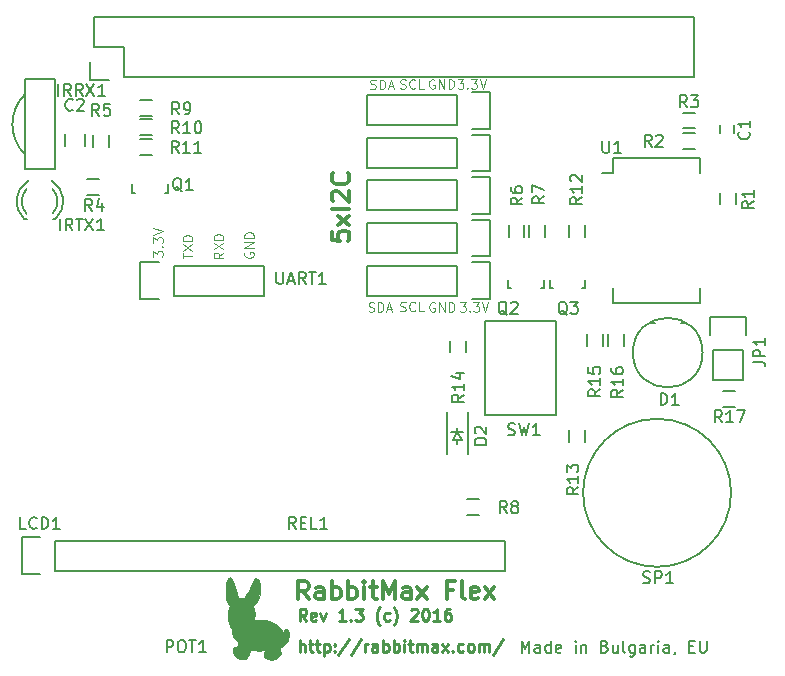
<source format=gto>
G04 #@! TF.FileFunction,Legend,Top*
%FSLAX46Y46*%
G04 Gerber Fmt 4.6, Leading zero omitted, Abs format (unit mm)*
G04 Created by KiCad (PCBNEW 4.0.4+dfsg1-stable) date Thu Dec 22 13:39:03 2016*
%MOMM*%
%LPD*%
G01*
G04 APERTURE LIST*
%ADD10C,0.100000*%
%ADD11C,0.250000*%
%ADD12C,0.300000*%
%ADD13C,0.150000*%
%ADD14C,0.010000*%
G04 APERTURE END LIST*
D10*
D11*
X122542381Y-123332381D02*
X122542381Y-122332381D01*
X122970953Y-123332381D02*
X122970953Y-122808571D01*
X122923334Y-122713333D01*
X122828096Y-122665714D01*
X122685238Y-122665714D01*
X122590000Y-122713333D01*
X122542381Y-122760952D01*
X123304286Y-122665714D02*
X123685238Y-122665714D01*
X123447143Y-122332381D02*
X123447143Y-123189524D01*
X123494762Y-123284762D01*
X123590000Y-123332381D01*
X123685238Y-123332381D01*
X123875715Y-122665714D02*
X124256667Y-122665714D01*
X124018572Y-122332381D02*
X124018572Y-123189524D01*
X124066191Y-123284762D01*
X124161429Y-123332381D01*
X124256667Y-123332381D01*
X124590001Y-122665714D02*
X124590001Y-123665714D01*
X124590001Y-122713333D02*
X124685239Y-122665714D01*
X124875716Y-122665714D01*
X124970954Y-122713333D01*
X125018573Y-122760952D01*
X125066192Y-122856190D01*
X125066192Y-123141905D01*
X125018573Y-123237143D01*
X124970954Y-123284762D01*
X124875716Y-123332381D01*
X124685239Y-123332381D01*
X124590001Y-123284762D01*
X125494763Y-123237143D02*
X125542382Y-123284762D01*
X125494763Y-123332381D01*
X125447144Y-123284762D01*
X125494763Y-123237143D01*
X125494763Y-123332381D01*
X125494763Y-122713333D02*
X125542382Y-122760952D01*
X125494763Y-122808571D01*
X125447144Y-122760952D01*
X125494763Y-122713333D01*
X125494763Y-122808571D01*
X126685239Y-122284762D02*
X125828096Y-123570476D01*
X127732858Y-122284762D02*
X126875715Y-123570476D01*
X128066191Y-123332381D02*
X128066191Y-122665714D01*
X128066191Y-122856190D02*
X128113810Y-122760952D01*
X128161429Y-122713333D01*
X128256667Y-122665714D01*
X128351906Y-122665714D01*
X129113811Y-123332381D02*
X129113811Y-122808571D01*
X129066192Y-122713333D01*
X128970954Y-122665714D01*
X128780477Y-122665714D01*
X128685239Y-122713333D01*
X129113811Y-123284762D02*
X129018573Y-123332381D01*
X128780477Y-123332381D01*
X128685239Y-123284762D01*
X128637620Y-123189524D01*
X128637620Y-123094286D01*
X128685239Y-122999048D01*
X128780477Y-122951429D01*
X129018573Y-122951429D01*
X129113811Y-122903810D01*
X129590001Y-123332381D02*
X129590001Y-122332381D01*
X129590001Y-122713333D02*
X129685239Y-122665714D01*
X129875716Y-122665714D01*
X129970954Y-122713333D01*
X130018573Y-122760952D01*
X130066192Y-122856190D01*
X130066192Y-123141905D01*
X130018573Y-123237143D01*
X129970954Y-123284762D01*
X129875716Y-123332381D01*
X129685239Y-123332381D01*
X129590001Y-123284762D01*
X130494763Y-123332381D02*
X130494763Y-122332381D01*
X130494763Y-122713333D02*
X130590001Y-122665714D01*
X130780478Y-122665714D01*
X130875716Y-122713333D01*
X130923335Y-122760952D01*
X130970954Y-122856190D01*
X130970954Y-123141905D01*
X130923335Y-123237143D01*
X130875716Y-123284762D01*
X130780478Y-123332381D01*
X130590001Y-123332381D01*
X130494763Y-123284762D01*
X131399525Y-123332381D02*
X131399525Y-122665714D01*
X131399525Y-122332381D02*
X131351906Y-122380000D01*
X131399525Y-122427619D01*
X131447144Y-122380000D01*
X131399525Y-122332381D01*
X131399525Y-122427619D01*
X131732858Y-122665714D02*
X132113810Y-122665714D01*
X131875715Y-122332381D02*
X131875715Y-123189524D01*
X131923334Y-123284762D01*
X132018572Y-123332381D01*
X132113810Y-123332381D01*
X132447144Y-123332381D02*
X132447144Y-122665714D01*
X132447144Y-122760952D02*
X132494763Y-122713333D01*
X132590001Y-122665714D01*
X132732859Y-122665714D01*
X132828097Y-122713333D01*
X132875716Y-122808571D01*
X132875716Y-123332381D01*
X132875716Y-122808571D02*
X132923335Y-122713333D01*
X133018573Y-122665714D01*
X133161430Y-122665714D01*
X133256668Y-122713333D01*
X133304287Y-122808571D01*
X133304287Y-123332381D01*
X134209049Y-123332381D02*
X134209049Y-122808571D01*
X134161430Y-122713333D01*
X134066192Y-122665714D01*
X133875715Y-122665714D01*
X133780477Y-122713333D01*
X134209049Y-123284762D02*
X134113811Y-123332381D01*
X133875715Y-123332381D01*
X133780477Y-123284762D01*
X133732858Y-123189524D01*
X133732858Y-123094286D01*
X133780477Y-122999048D01*
X133875715Y-122951429D01*
X134113811Y-122951429D01*
X134209049Y-122903810D01*
X134590001Y-123332381D02*
X135113811Y-122665714D01*
X134590001Y-122665714D02*
X135113811Y-123332381D01*
X135494763Y-123237143D02*
X135542382Y-123284762D01*
X135494763Y-123332381D01*
X135447144Y-123284762D01*
X135494763Y-123237143D01*
X135494763Y-123332381D01*
X136399525Y-123284762D02*
X136304287Y-123332381D01*
X136113810Y-123332381D01*
X136018572Y-123284762D01*
X135970953Y-123237143D01*
X135923334Y-123141905D01*
X135923334Y-122856190D01*
X135970953Y-122760952D01*
X136018572Y-122713333D01*
X136113810Y-122665714D01*
X136304287Y-122665714D01*
X136399525Y-122713333D01*
X136970953Y-123332381D02*
X136875715Y-123284762D01*
X136828096Y-123237143D01*
X136780477Y-123141905D01*
X136780477Y-122856190D01*
X136828096Y-122760952D01*
X136875715Y-122713333D01*
X136970953Y-122665714D01*
X137113811Y-122665714D01*
X137209049Y-122713333D01*
X137256668Y-122760952D01*
X137304287Y-122856190D01*
X137304287Y-123141905D01*
X137256668Y-123237143D01*
X137209049Y-123284762D01*
X137113811Y-123332381D01*
X136970953Y-123332381D01*
X137732858Y-123332381D02*
X137732858Y-122665714D01*
X137732858Y-122760952D02*
X137780477Y-122713333D01*
X137875715Y-122665714D01*
X138018573Y-122665714D01*
X138113811Y-122713333D01*
X138161430Y-122808571D01*
X138161430Y-123332381D01*
X138161430Y-122808571D02*
X138209049Y-122713333D01*
X138304287Y-122665714D01*
X138447144Y-122665714D01*
X138542382Y-122713333D01*
X138590001Y-122808571D01*
X138590001Y-123332381D01*
X139780477Y-122284762D02*
X138923334Y-123570476D01*
X123106666Y-120702381D02*
X122773332Y-120226190D01*
X122535237Y-120702381D02*
X122535237Y-119702381D01*
X122916190Y-119702381D01*
X123011428Y-119750000D01*
X123059047Y-119797619D01*
X123106666Y-119892857D01*
X123106666Y-120035714D01*
X123059047Y-120130952D01*
X123011428Y-120178571D01*
X122916190Y-120226190D01*
X122535237Y-120226190D01*
X123916190Y-120654762D02*
X123820952Y-120702381D01*
X123630475Y-120702381D01*
X123535237Y-120654762D01*
X123487618Y-120559524D01*
X123487618Y-120178571D01*
X123535237Y-120083333D01*
X123630475Y-120035714D01*
X123820952Y-120035714D01*
X123916190Y-120083333D01*
X123963809Y-120178571D01*
X123963809Y-120273810D01*
X123487618Y-120369048D01*
X124297142Y-120035714D02*
X124535237Y-120702381D01*
X124773333Y-120035714D01*
X126440000Y-120702381D02*
X125868571Y-120702381D01*
X126154285Y-120702381D02*
X126154285Y-119702381D01*
X126059047Y-119845238D01*
X125963809Y-119940476D01*
X125868571Y-119988095D01*
X126868571Y-120607143D02*
X126916190Y-120654762D01*
X126868571Y-120702381D01*
X126820952Y-120654762D01*
X126868571Y-120607143D01*
X126868571Y-120702381D01*
X127249523Y-119702381D02*
X127868571Y-119702381D01*
X127535237Y-120083333D01*
X127678095Y-120083333D01*
X127773333Y-120130952D01*
X127820952Y-120178571D01*
X127868571Y-120273810D01*
X127868571Y-120511905D01*
X127820952Y-120607143D01*
X127773333Y-120654762D01*
X127678095Y-120702381D01*
X127392380Y-120702381D01*
X127297142Y-120654762D01*
X127249523Y-120607143D01*
X129344762Y-121083333D02*
X129297142Y-121035714D01*
X129201904Y-120892857D01*
X129154285Y-120797619D01*
X129106666Y-120654762D01*
X129059047Y-120416667D01*
X129059047Y-120226190D01*
X129106666Y-119988095D01*
X129154285Y-119845238D01*
X129201904Y-119750000D01*
X129297142Y-119607143D01*
X129344762Y-119559524D01*
X130154286Y-120654762D02*
X130059048Y-120702381D01*
X129868571Y-120702381D01*
X129773333Y-120654762D01*
X129725714Y-120607143D01*
X129678095Y-120511905D01*
X129678095Y-120226190D01*
X129725714Y-120130952D01*
X129773333Y-120083333D01*
X129868571Y-120035714D01*
X130059048Y-120035714D01*
X130154286Y-120083333D01*
X130487619Y-121083333D02*
X130535238Y-121035714D01*
X130630476Y-120892857D01*
X130678095Y-120797619D01*
X130725714Y-120654762D01*
X130773333Y-120416667D01*
X130773333Y-120226190D01*
X130725714Y-119988095D01*
X130678095Y-119845238D01*
X130630476Y-119750000D01*
X130535238Y-119607143D01*
X130487619Y-119559524D01*
X131963810Y-119797619D02*
X132011429Y-119750000D01*
X132106667Y-119702381D01*
X132344763Y-119702381D01*
X132440001Y-119750000D01*
X132487620Y-119797619D01*
X132535239Y-119892857D01*
X132535239Y-119988095D01*
X132487620Y-120130952D01*
X131916191Y-120702381D01*
X132535239Y-120702381D01*
X133154286Y-119702381D02*
X133249525Y-119702381D01*
X133344763Y-119750000D01*
X133392382Y-119797619D01*
X133440001Y-119892857D01*
X133487620Y-120083333D01*
X133487620Y-120321429D01*
X133440001Y-120511905D01*
X133392382Y-120607143D01*
X133344763Y-120654762D01*
X133249525Y-120702381D01*
X133154286Y-120702381D01*
X133059048Y-120654762D01*
X133011429Y-120607143D01*
X132963810Y-120511905D01*
X132916191Y-120321429D01*
X132916191Y-120083333D01*
X132963810Y-119892857D01*
X133011429Y-119797619D01*
X133059048Y-119750000D01*
X133154286Y-119702381D01*
X134440001Y-120702381D02*
X133868572Y-120702381D01*
X134154286Y-120702381D02*
X134154286Y-119702381D01*
X134059048Y-119845238D01*
X133963810Y-119940476D01*
X133868572Y-119988095D01*
X135297144Y-119702381D02*
X135106667Y-119702381D01*
X135011429Y-119750000D01*
X134963810Y-119797619D01*
X134868572Y-119940476D01*
X134820953Y-120130952D01*
X134820953Y-120511905D01*
X134868572Y-120607143D01*
X134916191Y-120654762D01*
X135011429Y-120702381D01*
X135201906Y-120702381D01*
X135297144Y-120654762D01*
X135344763Y-120607143D01*
X135392382Y-120511905D01*
X135392382Y-120273810D01*
X135344763Y-120178571D01*
X135297144Y-120130952D01*
X135201906Y-120083333D01*
X135011429Y-120083333D01*
X134916191Y-120130952D01*
X134868572Y-120178571D01*
X134820953Y-120273810D01*
D12*
X123292857Y-118868571D02*
X122792857Y-118154286D01*
X122435714Y-118868571D02*
X122435714Y-117368571D01*
X123007142Y-117368571D01*
X123150000Y-117440000D01*
X123221428Y-117511429D01*
X123292857Y-117654286D01*
X123292857Y-117868571D01*
X123221428Y-118011429D01*
X123150000Y-118082857D01*
X123007142Y-118154286D01*
X122435714Y-118154286D01*
X124578571Y-118868571D02*
X124578571Y-118082857D01*
X124507142Y-117940000D01*
X124364285Y-117868571D01*
X124078571Y-117868571D01*
X123935714Y-117940000D01*
X124578571Y-118797143D02*
X124435714Y-118868571D01*
X124078571Y-118868571D01*
X123935714Y-118797143D01*
X123864285Y-118654286D01*
X123864285Y-118511429D01*
X123935714Y-118368571D01*
X124078571Y-118297143D01*
X124435714Y-118297143D01*
X124578571Y-118225714D01*
X125292857Y-118868571D02*
X125292857Y-117368571D01*
X125292857Y-117940000D02*
X125435714Y-117868571D01*
X125721428Y-117868571D01*
X125864285Y-117940000D01*
X125935714Y-118011429D01*
X126007143Y-118154286D01*
X126007143Y-118582857D01*
X125935714Y-118725714D01*
X125864285Y-118797143D01*
X125721428Y-118868571D01*
X125435714Y-118868571D01*
X125292857Y-118797143D01*
X126650000Y-118868571D02*
X126650000Y-117368571D01*
X126650000Y-117940000D02*
X126792857Y-117868571D01*
X127078571Y-117868571D01*
X127221428Y-117940000D01*
X127292857Y-118011429D01*
X127364286Y-118154286D01*
X127364286Y-118582857D01*
X127292857Y-118725714D01*
X127221428Y-118797143D01*
X127078571Y-118868571D01*
X126792857Y-118868571D01*
X126650000Y-118797143D01*
X128007143Y-118868571D02*
X128007143Y-117868571D01*
X128007143Y-117368571D02*
X127935714Y-117440000D01*
X128007143Y-117511429D01*
X128078571Y-117440000D01*
X128007143Y-117368571D01*
X128007143Y-117511429D01*
X128507143Y-117868571D02*
X129078572Y-117868571D01*
X128721429Y-117368571D02*
X128721429Y-118654286D01*
X128792857Y-118797143D01*
X128935715Y-118868571D01*
X129078572Y-118868571D01*
X129578572Y-118868571D02*
X129578572Y-117368571D01*
X130078572Y-118440000D01*
X130578572Y-117368571D01*
X130578572Y-118868571D01*
X131935715Y-118868571D02*
X131935715Y-118082857D01*
X131864286Y-117940000D01*
X131721429Y-117868571D01*
X131435715Y-117868571D01*
X131292858Y-117940000D01*
X131935715Y-118797143D02*
X131792858Y-118868571D01*
X131435715Y-118868571D01*
X131292858Y-118797143D01*
X131221429Y-118654286D01*
X131221429Y-118511429D01*
X131292858Y-118368571D01*
X131435715Y-118297143D01*
X131792858Y-118297143D01*
X131935715Y-118225714D01*
X132507144Y-118868571D02*
X133292858Y-117868571D01*
X132507144Y-117868571D02*
X133292858Y-118868571D01*
X135507144Y-118082857D02*
X135007144Y-118082857D01*
X135007144Y-118868571D02*
X135007144Y-117368571D01*
X135721430Y-117368571D01*
X136507144Y-118868571D02*
X136364286Y-118797143D01*
X136292858Y-118654286D01*
X136292858Y-117368571D01*
X137650000Y-118797143D02*
X137507143Y-118868571D01*
X137221429Y-118868571D01*
X137078572Y-118797143D01*
X137007143Y-118654286D01*
X137007143Y-118082857D01*
X137078572Y-117940000D01*
X137221429Y-117868571D01*
X137507143Y-117868571D01*
X137650000Y-117940000D01*
X137721429Y-118082857D01*
X137721429Y-118225714D01*
X137007143Y-118368571D01*
X138221429Y-118868571D02*
X139007143Y-117868571D01*
X138221429Y-117868571D02*
X139007143Y-118868571D01*
D13*
X141326666Y-123402381D02*
X141326666Y-122402381D01*
X141660000Y-123116667D01*
X141993333Y-122402381D01*
X141993333Y-123402381D01*
X142898095Y-123402381D02*
X142898095Y-122878571D01*
X142850476Y-122783333D01*
X142755238Y-122735714D01*
X142564761Y-122735714D01*
X142469523Y-122783333D01*
X142898095Y-123354762D02*
X142802857Y-123402381D01*
X142564761Y-123402381D01*
X142469523Y-123354762D01*
X142421904Y-123259524D01*
X142421904Y-123164286D01*
X142469523Y-123069048D01*
X142564761Y-123021429D01*
X142802857Y-123021429D01*
X142898095Y-122973810D01*
X143802857Y-123402381D02*
X143802857Y-122402381D01*
X143802857Y-123354762D02*
X143707619Y-123402381D01*
X143517142Y-123402381D01*
X143421904Y-123354762D01*
X143374285Y-123307143D01*
X143326666Y-123211905D01*
X143326666Y-122926190D01*
X143374285Y-122830952D01*
X143421904Y-122783333D01*
X143517142Y-122735714D01*
X143707619Y-122735714D01*
X143802857Y-122783333D01*
X144660000Y-123354762D02*
X144564762Y-123402381D01*
X144374285Y-123402381D01*
X144279047Y-123354762D01*
X144231428Y-123259524D01*
X144231428Y-122878571D01*
X144279047Y-122783333D01*
X144374285Y-122735714D01*
X144564762Y-122735714D01*
X144660000Y-122783333D01*
X144707619Y-122878571D01*
X144707619Y-122973810D01*
X144231428Y-123069048D01*
X145898095Y-123402381D02*
X145898095Y-122735714D01*
X145898095Y-122402381D02*
X145850476Y-122450000D01*
X145898095Y-122497619D01*
X145945714Y-122450000D01*
X145898095Y-122402381D01*
X145898095Y-122497619D01*
X146374285Y-122735714D02*
X146374285Y-123402381D01*
X146374285Y-122830952D02*
X146421904Y-122783333D01*
X146517142Y-122735714D01*
X146660000Y-122735714D01*
X146755238Y-122783333D01*
X146802857Y-122878571D01*
X146802857Y-123402381D01*
X148374286Y-122878571D02*
X148517143Y-122926190D01*
X148564762Y-122973810D01*
X148612381Y-123069048D01*
X148612381Y-123211905D01*
X148564762Y-123307143D01*
X148517143Y-123354762D01*
X148421905Y-123402381D01*
X148040952Y-123402381D01*
X148040952Y-122402381D01*
X148374286Y-122402381D01*
X148469524Y-122450000D01*
X148517143Y-122497619D01*
X148564762Y-122592857D01*
X148564762Y-122688095D01*
X148517143Y-122783333D01*
X148469524Y-122830952D01*
X148374286Y-122878571D01*
X148040952Y-122878571D01*
X149469524Y-122735714D02*
X149469524Y-123402381D01*
X149040952Y-122735714D02*
X149040952Y-123259524D01*
X149088571Y-123354762D01*
X149183809Y-123402381D01*
X149326667Y-123402381D01*
X149421905Y-123354762D01*
X149469524Y-123307143D01*
X150088571Y-123402381D02*
X149993333Y-123354762D01*
X149945714Y-123259524D01*
X149945714Y-122402381D01*
X150898096Y-122735714D02*
X150898096Y-123545238D01*
X150850477Y-123640476D01*
X150802858Y-123688095D01*
X150707619Y-123735714D01*
X150564762Y-123735714D01*
X150469524Y-123688095D01*
X150898096Y-123354762D02*
X150802858Y-123402381D01*
X150612381Y-123402381D01*
X150517143Y-123354762D01*
X150469524Y-123307143D01*
X150421905Y-123211905D01*
X150421905Y-122926190D01*
X150469524Y-122830952D01*
X150517143Y-122783333D01*
X150612381Y-122735714D01*
X150802858Y-122735714D01*
X150898096Y-122783333D01*
X151802858Y-123402381D02*
X151802858Y-122878571D01*
X151755239Y-122783333D01*
X151660001Y-122735714D01*
X151469524Y-122735714D01*
X151374286Y-122783333D01*
X151802858Y-123354762D02*
X151707620Y-123402381D01*
X151469524Y-123402381D01*
X151374286Y-123354762D01*
X151326667Y-123259524D01*
X151326667Y-123164286D01*
X151374286Y-123069048D01*
X151469524Y-123021429D01*
X151707620Y-123021429D01*
X151802858Y-122973810D01*
X152279048Y-123402381D02*
X152279048Y-122735714D01*
X152279048Y-122926190D02*
X152326667Y-122830952D01*
X152374286Y-122783333D01*
X152469524Y-122735714D01*
X152564763Y-122735714D01*
X152898096Y-123402381D02*
X152898096Y-122735714D01*
X152898096Y-122402381D02*
X152850477Y-122450000D01*
X152898096Y-122497619D01*
X152945715Y-122450000D01*
X152898096Y-122402381D01*
X152898096Y-122497619D01*
X153802858Y-123402381D02*
X153802858Y-122878571D01*
X153755239Y-122783333D01*
X153660001Y-122735714D01*
X153469524Y-122735714D01*
X153374286Y-122783333D01*
X153802858Y-123354762D02*
X153707620Y-123402381D01*
X153469524Y-123402381D01*
X153374286Y-123354762D01*
X153326667Y-123259524D01*
X153326667Y-123164286D01*
X153374286Y-123069048D01*
X153469524Y-123021429D01*
X153707620Y-123021429D01*
X153802858Y-122973810D01*
X154326667Y-123354762D02*
X154326667Y-123402381D01*
X154279048Y-123497619D01*
X154231429Y-123545238D01*
X155517143Y-122878571D02*
X155850477Y-122878571D01*
X155993334Y-123402381D02*
X155517143Y-123402381D01*
X155517143Y-122402381D01*
X155993334Y-122402381D01*
X156421905Y-122402381D02*
X156421905Y-123211905D01*
X156469524Y-123307143D01*
X156517143Y-123354762D01*
X156612381Y-123402381D01*
X156802858Y-123402381D01*
X156898096Y-123354762D01*
X156945715Y-123307143D01*
X156993334Y-123211905D01*
X156993334Y-122402381D01*
D12*
X125248571Y-87761428D02*
X125248571Y-88475714D01*
X125962857Y-88547143D01*
X125891429Y-88475714D01*
X125820000Y-88332857D01*
X125820000Y-87975714D01*
X125891429Y-87832857D01*
X125962857Y-87761428D01*
X126105714Y-87690000D01*
X126462857Y-87690000D01*
X126605714Y-87761428D01*
X126677143Y-87832857D01*
X126748571Y-87975714D01*
X126748571Y-88332857D01*
X126677143Y-88475714D01*
X126605714Y-88547143D01*
X126748571Y-87190000D02*
X125748571Y-86404286D01*
X125748571Y-87190000D02*
X126748571Y-86404286D01*
X126748571Y-85832857D02*
X125248571Y-85832857D01*
X125391429Y-85190000D02*
X125320000Y-85118571D01*
X125248571Y-84975714D01*
X125248571Y-84618571D01*
X125320000Y-84475714D01*
X125391429Y-84404285D01*
X125534286Y-84332857D01*
X125677143Y-84332857D01*
X125891429Y-84404285D01*
X126748571Y-85261428D01*
X126748571Y-84332857D01*
X126605714Y-82832857D02*
X126677143Y-82904286D01*
X126748571Y-83118572D01*
X126748571Y-83261429D01*
X126677143Y-83475714D01*
X126534286Y-83618572D01*
X126391429Y-83690000D01*
X126105714Y-83761429D01*
X125891429Y-83761429D01*
X125605714Y-83690000D01*
X125462857Y-83618572D01*
X125320000Y-83475714D01*
X125248571Y-83261429D01*
X125248571Y-83118572D01*
X125320000Y-82904286D01*
X125391429Y-82832857D01*
D10*
X133930477Y-74890000D02*
X133854286Y-74851905D01*
X133740001Y-74851905D01*
X133625715Y-74890000D01*
X133549524Y-74966190D01*
X133511429Y-75042381D01*
X133473334Y-75194762D01*
X133473334Y-75309048D01*
X133511429Y-75461429D01*
X133549524Y-75537619D01*
X133625715Y-75613810D01*
X133740001Y-75651905D01*
X133816191Y-75651905D01*
X133930477Y-75613810D01*
X133968572Y-75575714D01*
X133968572Y-75309048D01*
X133816191Y-75309048D01*
X134311429Y-75651905D02*
X134311429Y-74851905D01*
X134768572Y-75651905D01*
X134768572Y-74851905D01*
X135149524Y-75651905D02*
X135149524Y-74851905D01*
X135340000Y-74851905D01*
X135454286Y-74890000D01*
X135530477Y-74966190D01*
X135568572Y-75042381D01*
X135606667Y-75194762D01*
X135606667Y-75309048D01*
X135568572Y-75461429D01*
X135530477Y-75537619D01*
X135454286Y-75613810D01*
X135340000Y-75651905D01*
X135149524Y-75651905D01*
X131067619Y-75613810D02*
X131181905Y-75651905D01*
X131372381Y-75651905D01*
X131448571Y-75613810D01*
X131486667Y-75575714D01*
X131524762Y-75499524D01*
X131524762Y-75423333D01*
X131486667Y-75347143D01*
X131448571Y-75309048D01*
X131372381Y-75270952D01*
X131220000Y-75232857D01*
X131143809Y-75194762D01*
X131105714Y-75156667D01*
X131067619Y-75080476D01*
X131067619Y-75004286D01*
X131105714Y-74928095D01*
X131143809Y-74890000D01*
X131220000Y-74851905D01*
X131410476Y-74851905D01*
X131524762Y-74890000D01*
X132324762Y-75575714D02*
X132286667Y-75613810D01*
X132172381Y-75651905D01*
X132096191Y-75651905D01*
X131981905Y-75613810D01*
X131905714Y-75537619D01*
X131867619Y-75461429D01*
X131829524Y-75309048D01*
X131829524Y-75194762D01*
X131867619Y-75042381D01*
X131905714Y-74966190D01*
X131981905Y-74890000D01*
X132096191Y-74851905D01*
X132172381Y-74851905D01*
X132286667Y-74890000D01*
X132324762Y-74928095D01*
X133048572Y-75651905D02*
X132667619Y-75651905D01*
X132667619Y-74851905D01*
X135909048Y-74851905D02*
X136404286Y-74851905D01*
X136137619Y-75156667D01*
X136251905Y-75156667D01*
X136328095Y-75194762D01*
X136366191Y-75232857D01*
X136404286Y-75309048D01*
X136404286Y-75499524D01*
X136366191Y-75575714D01*
X136328095Y-75613810D01*
X136251905Y-75651905D01*
X136023333Y-75651905D01*
X135947143Y-75613810D01*
X135909048Y-75575714D01*
X136747143Y-75575714D02*
X136785238Y-75613810D01*
X136747143Y-75651905D01*
X136709048Y-75613810D01*
X136747143Y-75575714D01*
X136747143Y-75651905D01*
X137051905Y-74851905D02*
X137547143Y-74851905D01*
X137280476Y-75156667D01*
X137394762Y-75156667D01*
X137470952Y-75194762D01*
X137509048Y-75232857D01*
X137547143Y-75309048D01*
X137547143Y-75499524D01*
X137509048Y-75575714D01*
X137470952Y-75613810D01*
X137394762Y-75651905D01*
X137166190Y-75651905D01*
X137090000Y-75613810D01*
X137051905Y-75575714D01*
X137775714Y-74851905D02*
X138042381Y-75651905D01*
X138309048Y-74851905D01*
X128518572Y-75643810D02*
X128632858Y-75681905D01*
X128823334Y-75681905D01*
X128899524Y-75643810D01*
X128937620Y-75605714D01*
X128975715Y-75529524D01*
X128975715Y-75453333D01*
X128937620Y-75377143D01*
X128899524Y-75339048D01*
X128823334Y-75300952D01*
X128670953Y-75262857D01*
X128594762Y-75224762D01*
X128556667Y-75186667D01*
X128518572Y-75110476D01*
X128518572Y-75034286D01*
X128556667Y-74958095D01*
X128594762Y-74920000D01*
X128670953Y-74881905D01*
X128861429Y-74881905D01*
X128975715Y-74920000D01*
X129318572Y-75681905D02*
X129318572Y-74881905D01*
X129509048Y-74881905D01*
X129623334Y-74920000D01*
X129699525Y-74996190D01*
X129737620Y-75072381D01*
X129775715Y-75224762D01*
X129775715Y-75339048D01*
X129737620Y-75491429D01*
X129699525Y-75567619D01*
X129623334Y-75643810D01*
X129509048Y-75681905D01*
X129318572Y-75681905D01*
X130080477Y-75453333D02*
X130461429Y-75453333D01*
X130004286Y-75681905D02*
X130270953Y-74881905D01*
X130537620Y-75681905D01*
X136109048Y-93741905D02*
X136604286Y-93741905D01*
X136337619Y-94046667D01*
X136451905Y-94046667D01*
X136528095Y-94084762D01*
X136566191Y-94122857D01*
X136604286Y-94199048D01*
X136604286Y-94389524D01*
X136566191Y-94465714D01*
X136528095Y-94503810D01*
X136451905Y-94541905D01*
X136223333Y-94541905D01*
X136147143Y-94503810D01*
X136109048Y-94465714D01*
X136947143Y-94465714D02*
X136985238Y-94503810D01*
X136947143Y-94541905D01*
X136909048Y-94503810D01*
X136947143Y-94465714D01*
X136947143Y-94541905D01*
X137251905Y-93741905D02*
X137747143Y-93741905D01*
X137480476Y-94046667D01*
X137594762Y-94046667D01*
X137670952Y-94084762D01*
X137709048Y-94122857D01*
X137747143Y-94199048D01*
X137747143Y-94389524D01*
X137709048Y-94465714D01*
X137670952Y-94503810D01*
X137594762Y-94541905D01*
X137366190Y-94541905D01*
X137290000Y-94503810D01*
X137251905Y-94465714D01*
X137975714Y-93741905D02*
X138242381Y-94541905D01*
X138509048Y-93741905D01*
X133970477Y-93780000D02*
X133894286Y-93741905D01*
X133780001Y-93741905D01*
X133665715Y-93780000D01*
X133589524Y-93856190D01*
X133551429Y-93932381D01*
X133513334Y-94084762D01*
X133513334Y-94199048D01*
X133551429Y-94351429D01*
X133589524Y-94427619D01*
X133665715Y-94503810D01*
X133780001Y-94541905D01*
X133856191Y-94541905D01*
X133970477Y-94503810D01*
X134008572Y-94465714D01*
X134008572Y-94199048D01*
X133856191Y-94199048D01*
X134351429Y-94541905D02*
X134351429Y-93741905D01*
X134808572Y-94541905D01*
X134808572Y-93741905D01*
X135189524Y-94541905D02*
X135189524Y-93741905D01*
X135380000Y-93741905D01*
X135494286Y-93780000D01*
X135570477Y-93856190D01*
X135608572Y-93932381D01*
X135646667Y-94084762D01*
X135646667Y-94199048D01*
X135608572Y-94351429D01*
X135570477Y-94427619D01*
X135494286Y-94503810D01*
X135380000Y-94541905D01*
X135189524Y-94541905D01*
X128378572Y-94493810D02*
X128492858Y-94531905D01*
X128683334Y-94531905D01*
X128759524Y-94493810D01*
X128797620Y-94455714D01*
X128835715Y-94379524D01*
X128835715Y-94303333D01*
X128797620Y-94227143D01*
X128759524Y-94189048D01*
X128683334Y-94150952D01*
X128530953Y-94112857D01*
X128454762Y-94074762D01*
X128416667Y-94036667D01*
X128378572Y-93960476D01*
X128378572Y-93884286D01*
X128416667Y-93808095D01*
X128454762Y-93770000D01*
X128530953Y-93731905D01*
X128721429Y-93731905D01*
X128835715Y-93770000D01*
X129178572Y-94531905D02*
X129178572Y-93731905D01*
X129369048Y-93731905D01*
X129483334Y-93770000D01*
X129559525Y-93846190D01*
X129597620Y-93922381D01*
X129635715Y-94074762D01*
X129635715Y-94189048D01*
X129597620Y-94341429D01*
X129559525Y-94417619D01*
X129483334Y-94493810D01*
X129369048Y-94531905D01*
X129178572Y-94531905D01*
X129940477Y-94303333D02*
X130321429Y-94303333D01*
X129864286Y-94531905D02*
X130130953Y-93731905D01*
X130397620Y-94531905D01*
X131057619Y-94473810D02*
X131171905Y-94511905D01*
X131362381Y-94511905D01*
X131438571Y-94473810D01*
X131476667Y-94435714D01*
X131514762Y-94359524D01*
X131514762Y-94283333D01*
X131476667Y-94207143D01*
X131438571Y-94169048D01*
X131362381Y-94130952D01*
X131210000Y-94092857D01*
X131133809Y-94054762D01*
X131095714Y-94016667D01*
X131057619Y-93940476D01*
X131057619Y-93864286D01*
X131095714Y-93788095D01*
X131133809Y-93750000D01*
X131210000Y-93711905D01*
X131400476Y-93711905D01*
X131514762Y-93750000D01*
X132314762Y-94435714D02*
X132276667Y-94473810D01*
X132162381Y-94511905D01*
X132086191Y-94511905D01*
X131971905Y-94473810D01*
X131895714Y-94397619D01*
X131857619Y-94321429D01*
X131819524Y-94169048D01*
X131819524Y-94054762D01*
X131857619Y-93902381D01*
X131895714Y-93826190D01*
X131971905Y-93750000D01*
X132086191Y-93711905D01*
X132162381Y-93711905D01*
X132276667Y-93750000D01*
X132314762Y-93788095D01*
X133038572Y-94511905D02*
X132657619Y-94511905D01*
X132657619Y-93711905D01*
X117900000Y-89509523D02*
X117861905Y-89585714D01*
X117861905Y-89699999D01*
X117900000Y-89814285D01*
X117976190Y-89890476D01*
X118052381Y-89928571D01*
X118204762Y-89966666D01*
X118319048Y-89966666D01*
X118471429Y-89928571D01*
X118547619Y-89890476D01*
X118623810Y-89814285D01*
X118661905Y-89699999D01*
X118661905Y-89623809D01*
X118623810Y-89509523D01*
X118585714Y-89471428D01*
X118319048Y-89471428D01*
X118319048Y-89623809D01*
X118661905Y-89128571D02*
X117861905Y-89128571D01*
X118661905Y-88671428D01*
X117861905Y-88671428D01*
X118661905Y-88290476D02*
X117861905Y-88290476D01*
X117861905Y-88100000D01*
X117900000Y-87985714D01*
X117976190Y-87909523D01*
X118052381Y-87871428D01*
X118204762Y-87833333D01*
X118319048Y-87833333D01*
X118471429Y-87871428D01*
X118547619Y-87909523D01*
X118623810Y-87985714D01*
X118661905Y-88100000D01*
X118661905Y-88290476D01*
X110161905Y-89880952D02*
X110161905Y-89385714D01*
X110466667Y-89652381D01*
X110466667Y-89538095D01*
X110504762Y-89461905D01*
X110542857Y-89423809D01*
X110619048Y-89385714D01*
X110809524Y-89385714D01*
X110885714Y-89423809D01*
X110923810Y-89461905D01*
X110961905Y-89538095D01*
X110961905Y-89766667D01*
X110923810Y-89842857D01*
X110885714Y-89880952D01*
X110885714Y-89042857D02*
X110923810Y-89004762D01*
X110961905Y-89042857D01*
X110923810Y-89080952D01*
X110885714Y-89042857D01*
X110961905Y-89042857D01*
X110161905Y-88738095D02*
X110161905Y-88242857D01*
X110466667Y-88509524D01*
X110466667Y-88395238D01*
X110504762Y-88319048D01*
X110542857Y-88280952D01*
X110619048Y-88242857D01*
X110809524Y-88242857D01*
X110885714Y-88280952D01*
X110923810Y-88319048D01*
X110961905Y-88395238D01*
X110961905Y-88623810D01*
X110923810Y-88700000D01*
X110885714Y-88738095D01*
X110161905Y-88014286D02*
X110961905Y-87747619D01*
X110161905Y-87480952D01*
X112661905Y-90009524D02*
X112661905Y-89552381D01*
X113461905Y-89780952D02*
X112661905Y-89780952D01*
X112661905Y-89361904D02*
X113461905Y-88828571D01*
X112661905Y-88828571D02*
X113461905Y-89361904D01*
X113461905Y-88523809D02*
X112661905Y-88523809D01*
X112661905Y-88333333D01*
X112700000Y-88219047D01*
X112776190Y-88142856D01*
X112852381Y-88104761D01*
X113004762Y-88066666D01*
X113119048Y-88066666D01*
X113271429Y-88104761D01*
X113347619Y-88142856D01*
X113423810Y-88219047D01*
X113461905Y-88333333D01*
X113461905Y-88523809D01*
X116061905Y-89533333D02*
X115680952Y-89800000D01*
X116061905Y-89990476D02*
X115261905Y-89990476D01*
X115261905Y-89685714D01*
X115300000Y-89609523D01*
X115338095Y-89571428D01*
X115414286Y-89533333D01*
X115528571Y-89533333D01*
X115604762Y-89571428D01*
X115642857Y-89609523D01*
X115680952Y-89685714D01*
X115680952Y-89990476D01*
X115261905Y-89266666D02*
X116061905Y-88733333D01*
X115261905Y-88733333D02*
X116061905Y-89266666D01*
X116061905Y-88428571D02*
X115261905Y-88428571D01*
X115261905Y-88238095D01*
X115300000Y-88123809D01*
X115376190Y-88047618D01*
X115452381Y-88009523D01*
X115604762Y-87971428D01*
X115719048Y-87971428D01*
X115871429Y-88009523D01*
X115947619Y-88047618D01*
X116023810Y-88123809D01*
X116061905Y-88238095D01*
X116061905Y-88428571D01*
D13*
X155900000Y-69560000D02*
X105100000Y-69560000D01*
X107640000Y-74640000D02*
X155900000Y-74640000D01*
X155900000Y-69560000D02*
X155900000Y-74640000D01*
X105100000Y-69560000D02*
X105100000Y-72100000D01*
X104820000Y-73370000D02*
X104820000Y-74920000D01*
X105100000Y-72100000D02*
X107640000Y-72100000D01*
X107640000Y-72100000D02*
X107640000Y-74640000D01*
X104820000Y-74920000D02*
X106370000Y-74920000D01*
X152600000Y-95505000D02*
X152150000Y-95505000D01*
X156650000Y-98005000D02*
G75*
G03X156650000Y-98005000I-2950000J0D01*
G01*
X154800000Y-95505000D02*
X155250000Y-95505000D01*
X108560840Y-84470240D02*
X108609100Y-84470240D01*
X111359820Y-83769200D02*
X111359820Y-84470240D01*
X111359820Y-84470240D02*
X111110900Y-84470240D01*
X108560840Y-84470240D02*
X108360180Y-84470240D01*
X108360180Y-84470240D02*
X108360180Y-83769200D01*
X158150000Y-79450000D02*
X158150000Y-78750000D01*
X159350000Y-78750000D02*
X159350000Y-79450000D01*
X158145000Y-85460000D02*
X158145000Y-84460000D01*
X159495000Y-84460000D02*
X159495000Y-85460000D01*
X155000000Y-79425000D02*
X156000000Y-79425000D01*
X156000000Y-80775000D02*
X155000000Y-80775000D01*
X155000000Y-77675000D02*
X156000000Y-77675000D01*
X156000000Y-79025000D02*
X155000000Y-79025000D01*
X102640000Y-79470000D02*
X102640000Y-80470000D01*
X104340000Y-80470000D02*
X104340000Y-79470000D01*
X104530000Y-83285000D02*
X105530000Y-83285000D01*
X105530000Y-84635000D02*
X104530000Y-84635000D01*
X105035000Y-80620000D02*
X105035000Y-79620000D01*
X106385000Y-79620000D02*
X106385000Y-80620000D01*
X140225000Y-88200000D02*
X140225000Y-87200000D01*
X141575000Y-87200000D02*
X141575000Y-88200000D01*
X143275000Y-87200000D02*
X143275000Y-88200000D01*
X141925000Y-88200000D02*
X141925000Y-87200000D01*
X160070000Y-97770000D02*
X160070000Y-100310000D01*
X160350000Y-94950000D02*
X160350000Y-96500000D01*
X160070000Y-97770000D02*
X157530000Y-97770000D01*
X157250000Y-96500000D02*
X157250000Y-94950000D01*
X157250000Y-94950000D02*
X160350000Y-94950000D01*
X157530000Y-97770000D02*
X157530000Y-100310000D01*
X157530000Y-100310000D02*
X160070000Y-100310000D01*
X140400840Y-92550240D02*
X140449100Y-92550240D01*
X143199820Y-91849200D02*
X143199820Y-92550240D01*
X143199820Y-92550240D02*
X142950900Y-92550240D01*
X140400840Y-92550240D02*
X140200180Y-92550240D01*
X140200180Y-92550240D02*
X140200180Y-91849200D01*
X143900840Y-92550240D02*
X143949100Y-92550240D01*
X146699820Y-91849200D02*
X146699820Y-92550240D01*
X146699820Y-92550240D02*
X146450900Y-92550240D01*
X143900840Y-92550240D02*
X143700180Y-92550240D01*
X143700180Y-92550240D02*
X143700180Y-91849200D01*
X110030000Y-77945000D02*
X109030000Y-77945000D01*
X109030000Y-76595000D02*
X110030000Y-76595000D01*
X110030000Y-79605000D02*
X109030000Y-79605000D01*
X109030000Y-78255000D02*
X110030000Y-78255000D01*
X110030000Y-81275000D02*
X109030000Y-81275000D01*
X109030000Y-79925000D02*
X110030000Y-79925000D01*
X146675000Y-87200000D02*
X146675000Y-88200000D01*
X145325000Y-88200000D02*
X145325000Y-87200000D01*
X146681000Y-104542000D02*
X146681000Y-105542000D01*
X145331000Y-105542000D02*
X145331000Y-104542000D01*
X136655000Y-96980000D02*
X136655000Y-97980000D01*
X135305000Y-97980000D02*
X135305000Y-96980000D01*
X149105000Y-81565000D02*
X149105000Y-82835000D01*
X156455000Y-81565000D02*
X156455000Y-82835000D01*
X156455000Y-93775000D02*
X156455000Y-92505000D01*
X149105000Y-93775000D02*
X149105000Y-92505000D01*
X149105000Y-81565000D02*
X156455000Y-81565000D01*
X149105000Y-93775000D02*
X156455000Y-93775000D01*
X149105000Y-82835000D02*
X148170000Y-82835000D01*
X146855000Y-97414000D02*
X146855000Y-96414000D01*
X148205000Y-96414000D02*
X148205000Y-97414000D01*
X148633000Y-97414000D02*
X148633000Y-96414000D01*
X149983000Y-96414000D02*
X149983000Y-97414000D01*
X101810000Y-116472000D02*
X139910000Y-116472000D01*
X139910000Y-116472000D02*
X139910000Y-113932000D01*
X139910000Y-113932000D02*
X101810000Y-113932000D01*
X98990000Y-113652000D02*
X100540000Y-113652000D01*
X101810000Y-113932000D02*
X101810000Y-116472000D01*
X100540000Y-116752000D02*
X98990000Y-116752000D01*
X98990000Y-116752000D02*
X98990000Y-113652000D01*
X159400000Y-102575000D02*
X158400000Y-102575000D01*
X158400000Y-101225000D02*
X159400000Y-101225000D01*
X99270000Y-76140000D02*
G75*
G03X99270000Y-81220000I2540000J-2540000D01*
G01*
X101810000Y-74870000D02*
X101810000Y-82490000D01*
X101810000Y-82490000D02*
X99270000Y-82490000D01*
X99270000Y-82490000D02*
X99270000Y-74870000D01*
X99270000Y-74870000D02*
X101810000Y-74870000D01*
X101834000Y-86699000D02*
X101634000Y-86699000D01*
X99240000Y-86699000D02*
X99420000Y-86699000D01*
X99550357Y-83471256D02*
G75*
G03X99234000Y-86699000I1003643J-1727744D01*
G01*
X99420932Y-84146994D02*
G75*
G03X99420000Y-86250000I1133068J-1052006D01*
G01*
X101860726Y-86686220D02*
G75*
G03X101514000Y-83449000I-1306726J1497220D01*
G01*
X101633253Y-86212889D02*
G75*
G03X101614000Y-84165000I-1079253J1013889D01*
G01*
X111870000Y-93170000D02*
X119490000Y-93170000D01*
X111870000Y-90630000D02*
X119490000Y-90630000D01*
X109050000Y-90350000D02*
X110600000Y-90350000D01*
X119490000Y-93170000D02*
X119490000Y-90630000D01*
X111870000Y-90630000D02*
X111870000Y-93170000D01*
X110600000Y-93450000D02*
X109050000Y-93450000D01*
X109050000Y-93450000D02*
X109050000Y-90350000D01*
X135830000Y-90630000D02*
X128210000Y-90630000D01*
X135830000Y-93170000D02*
X128210000Y-93170000D01*
X138650000Y-93450000D02*
X137100000Y-93450000D01*
X128210000Y-90630000D02*
X128210000Y-93170000D01*
X135830000Y-93170000D02*
X135830000Y-90630000D01*
X137100000Y-90350000D02*
X138650000Y-90350000D01*
X138650000Y-90350000D02*
X138650000Y-93450000D01*
X135830000Y-76230000D02*
X128210000Y-76230000D01*
X135830000Y-78770000D02*
X128210000Y-78770000D01*
X138650000Y-79050000D02*
X137100000Y-79050000D01*
X128210000Y-76230000D02*
X128210000Y-78770000D01*
X135830000Y-78770000D02*
X135830000Y-76230000D01*
X137100000Y-75950000D02*
X138650000Y-75950000D01*
X138650000Y-75950000D02*
X138650000Y-79050000D01*
X135830000Y-87030000D02*
X128210000Y-87030000D01*
X135830000Y-89570000D02*
X128210000Y-89570000D01*
X138650000Y-89850000D02*
X137100000Y-89850000D01*
X128210000Y-87030000D02*
X128210000Y-89570000D01*
X135830000Y-89570000D02*
X135830000Y-87030000D01*
X137100000Y-86750000D02*
X138650000Y-86750000D01*
X138650000Y-86750000D02*
X138650000Y-89850000D01*
X135830000Y-83430000D02*
X128210000Y-83430000D01*
X135830000Y-85970000D02*
X128210000Y-85970000D01*
X138650000Y-86250000D02*
X137100000Y-86250000D01*
X128210000Y-83430000D02*
X128210000Y-85970000D01*
X135830000Y-85970000D02*
X135830000Y-83430000D01*
X137100000Y-83150000D02*
X138650000Y-83150000D01*
X138650000Y-83150000D02*
X138650000Y-86250000D01*
X135830000Y-79830000D02*
X128210000Y-79830000D01*
X135830000Y-82370000D02*
X128210000Y-82370000D01*
X138650000Y-82650000D02*
X137100000Y-82650000D01*
X128210000Y-79830000D02*
X128210000Y-82370000D01*
X135830000Y-82370000D02*
X135830000Y-79830000D01*
X137100000Y-79550000D02*
X138650000Y-79550000D01*
X138650000Y-79550000D02*
X138650000Y-82650000D01*
X135900000Y-105377500D02*
X135900000Y-105758500D01*
X135900000Y-104361500D02*
X135900000Y-104742500D01*
X135900000Y-104742500D02*
X136281000Y-105377500D01*
X136281000Y-105377500D02*
X135519000Y-105377500D01*
X135519000Y-105377500D02*
X135900000Y-104742500D01*
X136408000Y-104742500D02*
X135392000Y-104742500D01*
X135000000Y-103060000D02*
X135000000Y-106600000D01*
X136800000Y-103060000D02*
X136800000Y-106600000D01*
D14*
G36*
X116660911Y-117042558D02*
X116679465Y-117051105D01*
X116719387Y-117077522D01*
X116757668Y-117115718D01*
X116795379Y-117167872D01*
X116833594Y-117236163D01*
X116873385Y-117322772D01*
X116915825Y-117429877D01*
X116961986Y-117559657D01*
X117012941Y-117714292D01*
X117025829Y-117754793D01*
X117055550Y-117847534D01*
X117087319Y-117944636D01*
X117118218Y-118037306D01*
X117145325Y-118116751D01*
X117157795Y-118152278D01*
X117217581Y-118336946D01*
X117264365Y-118517322D01*
X117293179Y-118667334D01*
X117309572Y-118773167D01*
X117471259Y-118775556D01*
X117548336Y-118778654D01*
X117626566Y-118785091D01*
X117694921Y-118793808D01*
X117729413Y-118800330D01*
X117788580Y-118812488D01*
X117825566Y-118815266D01*
X117844999Y-118808105D01*
X117851509Y-118790443D01*
X117851667Y-118785520D01*
X117861333Y-118741339D01*
X117889933Y-118677726D01*
X117936866Y-118595619D01*
X118001536Y-118495958D01*
X118083341Y-118379682D01*
X118181684Y-118247730D01*
X118255647Y-118152144D01*
X118274739Y-118121013D01*
X118302231Y-118066474D01*
X118336733Y-117991592D01*
X118376855Y-117899428D01*
X118421210Y-117793047D01*
X118444333Y-117736000D01*
X118497567Y-117604366D01*
X118542241Y-117496276D01*
X118579777Y-117408873D01*
X118611595Y-117339303D01*
X118639115Y-117284710D01*
X118663757Y-117242237D01*
X118686941Y-117209030D01*
X118710088Y-117182233D01*
X118728700Y-117164241D01*
X118787891Y-117126077D01*
X118849637Y-117115884D01*
X118913476Y-117133575D01*
X118978941Y-117179061D01*
X119018445Y-117219245D01*
X119048173Y-117256304D01*
X119074152Y-117297303D01*
X119098683Y-117347292D01*
X119124067Y-117411325D01*
X119152604Y-117494451D01*
X119173462Y-117559611D01*
X119188953Y-117610941D01*
X119199790Y-117654578D01*
X119206756Y-117697514D01*
X119210633Y-117746737D01*
X119212206Y-117809236D01*
X119212257Y-117892003D01*
X119212188Y-117905334D01*
X119203769Y-118089456D01*
X119181531Y-118284832D01*
X119147108Y-118482640D01*
X119102137Y-118674062D01*
X119048254Y-118850276D01*
X119025446Y-118912279D01*
X118967506Y-119031845D01*
X118887344Y-119153520D01*
X118789750Y-119271236D01*
X118679514Y-119378924D01*
X118615770Y-119431267D01*
X118586626Y-119455303D01*
X118576740Y-119472972D01*
X118582595Y-119494583D01*
X118589471Y-119508418D01*
X118612581Y-119562495D01*
X118637742Y-119636334D01*
X118662631Y-119721816D01*
X118684924Y-119810819D01*
X118702297Y-119895226D01*
X118705452Y-119913745D01*
X118722697Y-120078011D01*
X118724369Y-120253069D01*
X118710625Y-120426279D01*
X118698119Y-120507696D01*
X118686845Y-120570481D01*
X118677740Y-120622631D01*
X118671838Y-120658133D01*
X118670111Y-120670714D01*
X118683349Y-120671824D01*
X118720118Y-120669445D01*
X118775996Y-120664003D01*
X118846567Y-120655925D01*
X118920584Y-120646542D01*
X119123363Y-120625870D01*
X119314710Y-120618589D01*
X119490659Y-120624653D01*
X119647243Y-120644016D01*
X119703923Y-120655557D01*
X119909181Y-120712276D01*
X120107574Y-120785377D01*
X120296420Y-120873026D01*
X120473038Y-120973387D01*
X120634748Y-121084626D01*
X120778868Y-121204909D01*
X120902717Y-121332402D01*
X121003615Y-121465269D01*
X121075417Y-121594036D01*
X121120154Y-121691461D01*
X121171987Y-121639628D01*
X121203864Y-121601870D01*
X121226292Y-121564501D01*
X121231597Y-121549259D01*
X121244612Y-121493851D01*
X121259078Y-121459342D01*
X121279446Y-121438570D01*
X121308889Y-121424829D01*
X121386875Y-121407418D01*
X121453650Y-121415726D01*
X121509770Y-121450021D01*
X121555792Y-121510570D01*
X121576346Y-121553557D01*
X121589746Y-121588368D01*
X121599176Y-121620900D01*
X121605323Y-121657152D01*
X121608870Y-121703122D01*
X121610501Y-121764806D01*
X121610901Y-121848204D01*
X121610900Y-121856445D01*
X121609046Y-121976021D01*
X121602921Y-122074017D01*
X121591553Y-122156883D01*
X121573970Y-122231068D01*
X121549201Y-122303020D01*
X121540294Y-122324968D01*
X121463279Y-122475562D01*
X121363238Y-122617891D01*
X121244539Y-122747335D01*
X121111553Y-122859273D01*
X120968649Y-122949086D01*
X120933108Y-122966957D01*
X120832493Y-123015083D01*
X120872368Y-123109989D01*
X120916886Y-123245183D01*
X120934238Y-123373170D01*
X120924740Y-123493160D01*
X120888707Y-123604368D01*
X120826457Y-123706005D01*
X120738304Y-123797285D01*
X120624565Y-123877418D01*
X120548162Y-123917923D01*
X120403225Y-123974825D01*
X120259402Y-124007094D01*
X120120250Y-124014119D01*
X120038889Y-124005696D01*
X119957365Y-123985026D01*
X119877065Y-123952660D01*
X119815486Y-123916765D01*
X119769903Y-123889672D01*
X119722429Y-123870158D01*
X119707626Y-123866412D01*
X119644776Y-123841752D01*
X119587700Y-123795927D01*
X119548477Y-123742125D01*
X119536560Y-123711268D01*
X119529041Y-123668266D01*
X119525196Y-123607281D01*
X119524289Y-123547455D01*
X119524518Y-123479819D01*
X119526476Y-123434035D01*
X119531342Y-123403737D01*
X119540291Y-123382559D01*
X119554501Y-123364136D01*
X119559111Y-123359110D01*
X119596021Y-123327046D01*
X119640639Y-123297682D01*
X119647306Y-123294118D01*
X119683271Y-123273463D01*
X119697552Y-123254407D01*
X119694299Y-123227180D01*
X119685840Y-123203342D01*
X119677621Y-123184443D01*
X119666452Y-123173780D01*
X119645736Y-123169833D01*
X119608874Y-123171080D01*
X119562368Y-123174878D01*
X119490687Y-123182925D01*
X119409662Y-123194834D01*
X119340389Y-123207340D01*
X119196710Y-123226713D01*
X119037563Y-123230752D01*
X118870677Y-123220200D01*
X118703779Y-123195800D01*
X118544596Y-123158294D01*
X118428961Y-123119725D01*
X118415697Y-123121031D01*
X118401379Y-123138023D01*
X118383609Y-123174611D01*
X118362461Y-123228110D01*
X118337021Y-123298910D01*
X118311041Y-123376428D01*
X118289748Y-123445011D01*
X118288014Y-123451000D01*
X118241657Y-123582330D01*
X118183335Y-123697955D01*
X118115221Y-123794768D01*
X118039488Y-123869660D01*
X117961443Y-123918132D01*
X117926162Y-123932568D01*
X117891875Y-123942204D01*
X117851566Y-123947977D01*
X117798217Y-123950828D01*
X117724814Y-123951694D01*
X117710556Y-123951711D01*
X117555592Y-123945047D01*
X117419776Y-123925242D01*
X117305531Y-123892747D01*
X117243893Y-123864983D01*
X117192191Y-123828864D01*
X117153443Y-123785749D01*
X117133476Y-123742696D01*
X117132000Y-123729424D01*
X117120366Y-123711893D01*
X117090512Y-123689118D01*
X117064973Y-123674468D01*
X117001037Y-123626841D01*
X116946294Y-123556589D01*
X116902913Y-123468422D01*
X116873063Y-123367048D01*
X116858912Y-123257178D01*
X116858058Y-123225223D01*
X116862025Y-123141109D01*
X116877031Y-123078041D01*
X116906611Y-123029859D01*
X116954300Y-122990403D01*
X117010408Y-122959752D01*
X117068838Y-122935032D01*
X117128332Y-122915316D01*
X117175594Y-122904943D01*
X117243651Y-122896883D01*
X117294813Y-122775303D01*
X117319127Y-122711402D01*
X117339237Y-122647310D01*
X117351811Y-122594044D01*
X117353762Y-122580499D01*
X117356786Y-122539702D01*
X117352922Y-122509978D01*
X117338633Y-122481151D01*
X117310380Y-122443048D01*
X117302519Y-122433138D01*
X117259457Y-122386560D01*
X117209706Y-122343464D01*
X117175794Y-122320337D01*
X117088457Y-122255477D01*
X117007988Y-122165771D01*
X116936440Y-122054183D01*
X116875868Y-121923677D01*
X116849411Y-121849389D01*
X116833767Y-121793290D01*
X116823574Y-121735384D01*
X116817707Y-121666850D01*
X116815059Y-121580276D01*
X116813722Y-121508046D01*
X116811236Y-121456984D01*
X116806131Y-121420038D01*
X116796940Y-121390157D01*
X116782193Y-121360288D01*
X116762168Y-121326276D01*
X116646052Y-121108651D01*
X116557708Y-120887237D01*
X116496840Y-120661176D01*
X116467547Y-120474746D01*
X116460172Y-120341720D01*
X116463863Y-120191480D01*
X116477647Y-120032335D01*
X116500548Y-119872596D01*
X116531591Y-119720572D01*
X116569801Y-119584573D01*
X116573182Y-119574508D01*
X116607844Y-119472737D01*
X116545704Y-119378128D01*
X116460936Y-119225372D01*
X116393766Y-119053270D01*
X116345297Y-118865376D01*
X116316635Y-118665247D01*
X116313941Y-118632056D01*
X116307024Y-118541056D01*
X116298819Y-118439398D01*
X116290489Y-118341253D01*
X116284935Y-118279278D01*
X116277164Y-118125682D01*
X116280103Y-117959491D01*
X116292913Y-117788083D01*
X116314755Y-117618834D01*
X116344789Y-117459119D01*
X116382178Y-117316316D01*
X116400815Y-117260538D01*
X116443886Y-117161421D01*
X116491342Y-117090132D01*
X116543273Y-117046602D01*
X116599766Y-117030767D01*
X116660911Y-117042558D01*
X116660911Y-117042558D01*
G37*
X116660911Y-117042558D02*
X116679465Y-117051105D01*
X116719387Y-117077522D01*
X116757668Y-117115718D01*
X116795379Y-117167872D01*
X116833594Y-117236163D01*
X116873385Y-117322772D01*
X116915825Y-117429877D01*
X116961986Y-117559657D01*
X117012941Y-117714292D01*
X117025829Y-117754793D01*
X117055550Y-117847534D01*
X117087319Y-117944636D01*
X117118218Y-118037306D01*
X117145325Y-118116751D01*
X117157795Y-118152278D01*
X117217581Y-118336946D01*
X117264365Y-118517322D01*
X117293179Y-118667334D01*
X117309572Y-118773167D01*
X117471259Y-118775556D01*
X117548336Y-118778654D01*
X117626566Y-118785091D01*
X117694921Y-118793808D01*
X117729413Y-118800330D01*
X117788580Y-118812488D01*
X117825566Y-118815266D01*
X117844999Y-118808105D01*
X117851509Y-118790443D01*
X117851667Y-118785520D01*
X117861333Y-118741339D01*
X117889933Y-118677726D01*
X117936866Y-118595619D01*
X118001536Y-118495958D01*
X118083341Y-118379682D01*
X118181684Y-118247730D01*
X118255647Y-118152144D01*
X118274739Y-118121013D01*
X118302231Y-118066474D01*
X118336733Y-117991592D01*
X118376855Y-117899428D01*
X118421210Y-117793047D01*
X118444333Y-117736000D01*
X118497567Y-117604366D01*
X118542241Y-117496276D01*
X118579777Y-117408873D01*
X118611595Y-117339303D01*
X118639115Y-117284710D01*
X118663757Y-117242237D01*
X118686941Y-117209030D01*
X118710088Y-117182233D01*
X118728700Y-117164241D01*
X118787891Y-117126077D01*
X118849637Y-117115884D01*
X118913476Y-117133575D01*
X118978941Y-117179061D01*
X119018445Y-117219245D01*
X119048173Y-117256304D01*
X119074152Y-117297303D01*
X119098683Y-117347292D01*
X119124067Y-117411325D01*
X119152604Y-117494451D01*
X119173462Y-117559611D01*
X119188953Y-117610941D01*
X119199790Y-117654578D01*
X119206756Y-117697514D01*
X119210633Y-117746737D01*
X119212206Y-117809236D01*
X119212257Y-117892003D01*
X119212188Y-117905334D01*
X119203769Y-118089456D01*
X119181531Y-118284832D01*
X119147108Y-118482640D01*
X119102137Y-118674062D01*
X119048254Y-118850276D01*
X119025446Y-118912279D01*
X118967506Y-119031845D01*
X118887344Y-119153520D01*
X118789750Y-119271236D01*
X118679514Y-119378924D01*
X118615770Y-119431267D01*
X118586626Y-119455303D01*
X118576740Y-119472972D01*
X118582595Y-119494583D01*
X118589471Y-119508418D01*
X118612581Y-119562495D01*
X118637742Y-119636334D01*
X118662631Y-119721816D01*
X118684924Y-119810819D01*
X118702297Y-119895226D01*
X118705452Y-119913745D01*
X118722697Y-120078011D01*
X118724369Y-120253069D01*
X118710625Y-120426279D01*
X118698119Y-120507696D01*
X118686845Y-120570481D01*
X118677740Y-120622631D01*
X118671838Y-120658133D01*
X118670111Y-120670714D01*
X118683349Y-120671824D01*
X118720118Y-120669445D01*
X118775996Y-120664003D01*
X118846567Y-120655925D01*
X118920584Y-120646542D01*
X119123363Y-120625870D01*
X119314710Y-120618589D01*
X119490659Y-120624653D01*
X119647243Y-120644016D01*
X119703923Y-120655557D01*
X119909181Y-120712276D01*
X120107574Y-120785377D01*
X120296420Y-120873026D01*
X120473038Y-120973387D01*
X120634748Y-121084626D01*
X120778868Y-121204909D01*
X120902717Y-121332402D01*
X121003615Y-121465269D01*
X121075417Y-121594036D01*
X121120154Y-121691461D01*
X121171987Y-121639628D01*
X121203864Y-121601870D01*
X121226292Y-121564501D01*
X121231597Y-121549259D01*
X121244612Y-121493851D01*
X121259078Y-121459342D01*
X121279446Y-121438570D01*
X121308889Y-121424829D01*
X121386875Y-121407418D01*
X121453650Y-121415726D01*
X121509770Y-121450021D01*
X121555792Y-121510570D01*
X121576346Y-121553557D01*
X121589746Y-121588368D01*
X121599176Y-121620900D01*
X121605323Y-121657152D01*
X121608870Y-121703122D01*
X121610501Y-121764806D01*
X121610901Y-121848204D01*
X121610900Y-121856445D01*
X121609046Y-121976021D01*
X121602921Y-122074017D01*
X121591553Y-122156883D01*
X121573970Y-122231068D01*
X121549201Y-122303020D01*
X121540294Y-122324968D01*
X121463279Y-122475562D01*
X121363238Y-122617891D01*
X121244539Y-122747335D01*
X121111553Y-122859273D01*
X120968649Y-122949086D01*
X120933108Y-122966957D01*
X120832493Y-123015083D01*
X120872368Y-123109989D01*
X120916886Y-123245183D01*
X120934238Y-123373170D01*
X120924740Y-123493160D01*
X120888707Y-123604368D01*
X120826457Y-123706005D01*
X120738304Y-123797285D01*
X120624565Y-123877418D01*
X120548162Y-123917923D01*
X120403225Y-123974825D01*
X120259402Y-124007094D01*
X120120250Y-124014119D01*
X120038889Y-124005696D01*
X119957365Y-123985026D01*
X119877065Y-123952660D01*
X119815486Y-123916765D01*
X119769903Y-123889672D01*
X119722429Y-123870158D01*
X119707626Y-123866412D01*
X119644776Y-123841752D01*
X119587700Y-123795927D01*
X119548477Y-123742125D01*
X119536560Y-123711268D01*
X119529041Y-123668266D01*
X119525196Y-123607281D01*
X119524289Y-123547455D01*
X119524518Y-123479819D01*
X119526476Y-123434035D01*
X119531342Y-123403737D01*
X119540291Y-123382559D01*
X119554501Y-123364136D01*
X119559111Y-123359110D01*
X119596021Y-123327046D01*
X119640639Y-123297682D01*
X119647306Y-123294118D01*
X119683271Y-123273463D01*
X119697552Y-123254407D01*
X119694299Y-123227180D01*
X119685840Y-123203342D01*
X119677621Y-123184443D01*
X119666452Y-123173780D01*
X119645736Y-123169833D01*
X119608874Y-123171080D01*
X119562368Y-123174878D01*
X119490687Y-123182925D01*
X119409662Y-123194834D01*
X119340389Y-123207340D01*
X119196710Y-123226713D01*
X119037563Y-123230752D01*
X118870677Y-123220200D01*
X118703779Y-123195800D01*
X118544596Y-123158294D01*
X118428961Y-123119725D01*
X118415697Y-123121031D01*
X118401379Y-123138023D01*
X118383609Y-123174611D01*
X118362461Y-123228110D01*
X118337021Y-123298910D01*
X118311041Y-123376428D01*
X118289748Y-123445011D01*
X118288014Y-123451000D01*
X118241657Y-123582330D01*
X118183335Y-123697955D01*
X118115221Y-123794768D01*
X118039488Y-123869660D01*
X117961443Y-123918132D01*
X117926162Y-123932568D01*
X117891875Y-123942204D01*
X117851566Y-123947977D01*
X117798217Y-123950828D01*
X117724814Y-123951694D01*
X117710556Y-123951711D01*
X117555592Y-123945047D01*
X117419776Y-123925242D01*
X117305531Y-123892747D01*
X117243893Y-123864983D01*
X117192191Y-123828864D01*
X117153443Y-123785749D01*
X117133476Y-123742696D01*
X117132000Y-123729424D01*
X117120366Y-123711893D01*
X117090512Y-123689118D01*
X117064973Y-123674468D01*
X117001037Y-123626841D01*
X116946294Y-123556589D01*
X116902913Y-123468422D01*
X116873063Y-123367048D01*
X116858912Y-123257178D01*
X116858058Y-123225223D01*
X116862025Y-123141109D01*
X116877031Y-123078041D01*
X116906611Y-123029859D01*
X116954300Y-122990403D01*
X117010408Y-122959752D01*
X117068838Y-122935032D01*
X117128332Y-122915316D01*
X117175594Y-122904943D01*
X117243651Y-122896883D01*
X117294813Y-122775303D01*
X117319127Y-122711402D01*
X117339237Y-122647310D01*
X117351811Y-122594044D01*
X117353762Y-122580499D01*
X117356786Y-122539702D01*
X117352922Y-122509978D01*
X117338633Y-122481151D01*
X117310380Y-122443048D01*
X117302519Y-122433138D01*
X117259457Y-122386560D01*
X117209706Y-122343464D01*
X117175794Y-122320337D01*
X117088457Y-122255477D01*
X117007988Y-122165771D01*
X116936440Y-122054183D01*
X116875868Y-121923677D01*
X116849411Y-121849389D01*
X116833767Y-121793290D01*
X116823574Y-121735384D01*
X116817707Y-121666850D01*
X116815059Y-121580276D01*
X116813722Y-121508046D01*
X116811236Y-121456984D01*
X116806131Y-121420038D01*
X116796940Y-121390157D01*
X116782193Y-121360288D01*
X116762168Y-121326276D01*
X116646052Y-121108651D01*
X116557708Y-120887237D01*
X116496840Y-120661176D01*
X116467547Y-120474746D01*
X116460172Y-120341720D01*
X116463863Y-120191480D01*
X116477647Y-120032335D01*
X116500548Y-119872596D01*
X116531591Y-119720572D01*
X116569801Y-119584573D01*
X116573182Y-119574508D01*
X116607844Y-119472737D01*
X116545704Y-119378128D01*
X116460936Y-119225372D01*
X116393766Y-119053270D01*
X116345297Y-118865376D01*
X116316635Y-118665247D01*
X116313941Y-118632056D01*
X116307024Y-118541056D01*
X116298819Y-118439398D01*
X116290489Y-118341253D01*
X116284935Y-118279278D01*
X116277164Y-118125682D01*
X116280103Y-117959491D01*
X116292913Y-117788083D01*
X116314755Y-117618834D01*
X116344789Y-117459119D01*
X116382178Y-117316316D01*
X116400815Y-117260538D01*
X116443886Y-117161421D01*
X116491342Y-117090132D01*
X116543273Y-117046602D01*
X116599766Y-117030767D01*
X116660911Y-117042558D01*
D13*
X159064982Y-109870000D02*
G75*
G03X159064982Y-109870000I-6264982J0D01*
G01*
X138230000Y-95310000D02*
X144230000Y-95310000D01*
X144230000Y-95310000D02*
X144230000Y-103310000D01*
X144230000Y-103310000D02*
X138230000Y-103310000D01*
X138230000Y-103310000D02*
X138230000Y-95310000D01*
X137700000Y-111775000D02*
X136700000Y-111775000D01*
X136700000Y-110425000D02*
X137700000Y-110425000D01*
X153098725Y-102433681D02*
X153098725Y-101433681D01*
X153336820Y-101433681D01*
X153479678Y-101481300D01*
X153574916Y-101576538D01*
X153622535Y-101671776D01*
X153670154Y-101862252D01*
X153670154Y-102005110D01*
X153622535Y-102195586D01*
X153574916Y-102290824D01*
X153479678Y-102386062D01*
X153336820Y-102433681D01*
X153098725Y-102433681D01*
X154622535Y-102433681D02*
X154051106Y-102433681D01*
X154336820Y-102433681D02*
X154336820Y-101433681D01*
X154241582Y-101576538D01*
X154146344Y-101671776D01*
X154051106Y-101719395D01*
X112564762Y-84327619D02*
X112469524Y-84280000D01*
X112374286Y-84184762D01*
X112231429Y-84041905D01*
X112136190Y-83994286D01*
X112040952Y-83994286D01*
X112088571Y-84232381D02*
X111993333Y-84184762D01*
X111898095Y-84089524D01*
X111850476Y-83899048D01*
X111850476Y-83565714D01*
X111898095Y-83375238D01*
X111993333Y-83280000D01*
X112088571Y-83232381D01*
X112279048Y-83232381D01*
X112374286Y-83280000D01*
X112469524Y-83375238D01*
X112517143Y-83565714D01*
X112517143Y-83899048D01*
X112469524Y-84089524D01*
X112374286Y-84184762D01*
X112279048Y-84232381D01*
X112088571Y-84232381D01*
X113469524Y-84232381D02*
X112898095Y-84232381D01*
X113183809Y-84232381D02*
X113183809Y-83232381D01*
X113088571Y-83375238D01*
X112993333Y-83470476D01*
X112898095Y-83518095D01*
X160557143Y-79316666D02*
X160604762Y-79364285D01*
X160652381Y-79507142D01*
X160652381Y-79602380D01*
X160604762Y-79745238D01*
X160509524Y-79840476D01*
X160414286Y-79888095D01*
X160223810Y-79935714D01*
X160080952Y-79935714D01*
X159890476Y-79888095D01*
X159795238Y-79840476D01*
X159700000Y-79745238D01*
X159652381Y-79602380D01*
X159652381Y-79507142D01*
X159700000Y-79364285D01*
X159747619Y-79316666D01*
X160652381Y-78364285D02*
X160652381Y-78935714D01*
X160652381Y-78650000D02*
X159652381Y-78650000D01*
X159795238Y-78745238D01*
X159890476Y-78840476D01*
X159938095Y-78935714D01*
X160972381Y-85206666D02*
X160496190Y-85540000D01*
X160972381Y-85778095D02*
X159972381Y-85778095D01*
X159972381Y-85397142D01*
X160020000Y-85301904D01*
X160067619Y-85254285D01*
X160162857Y-85206666D01*
X160305714Y-85206666D01*
X160400952Y-85254285D01*
X160448571Y-85301904D01*
X160496190Y-85397142D01*
X160496190Y-85778095D01*
X160972381Y-84254285D02*
X160972381Y-84825714D01*
X160972381Y-84540000D02*
X159972381Y-84540000D01*
X160115238Y-84635238D01*
X160210476Y-84730476D01*
X160258095Y-84825714D01*
X152333334Y-80552381D02*
X152000000Y-80076190D01*
X151761905Y-80552381D02*
X151761905Y-79552381D01*
X152142858Y-79552381D01*
X152238096Y-79600000D01*
X152285715Y-79647619D01*
X152333334Y-79742857D01*
X152333334Y-79885714D01*
X152285715Y-79980952D01*
X152238096Y-80028571D01*
X152142858Y-80076190D01*
X151761905Y-80076190D01*
X152714286Y-79647619D02*
X152761905Y-79600000D01*
X152857143Y-79552381D01*
X153095239Y-79552381D01*
X153190477Y-79600000D01*
X153238096Y-79647619D01*
X153285715Y-79742857D01*
X153285715Y-79838095D01*
X153238096Y-79980952D01*
X152666667Y-80552381D01*
X153285715Y-80552381D01*
X155323334Y-77222381D02*
X154990000Y-76746190D01*
X154751905Y-77222381D02*
X154751905Y-76222381D01*
X155132858Y-76222381D01*
X155228096Y-76270000D01*
X155275715Y-76317619D01*
X155323334Y-76412857D01*
X155323334Y-76555714D01*
X155275715Y-76650952D01*
X155228096Y-76698571D01*
X155132858Y-76746190D01*
X154751905Y-76746190D01*
X155656667Y-76222381D02*
X156275715Y-76222381D01*
X155942381Y-76603333D01*
X156085239Y-76603333D01*
X156180477Y-76650952D01*
X156228096Y-76698571D01*
X156275715Y-76793810D01*
X156275715Y-77031905D01*
X156228096Y-77127143D01*
X156180477Y-77174762D01*
X156085239Y-77222381D01*
X155799524Y-77222381D01*
X155704286Y-77174762D01*
X155656667Y-77127143D01*
X103323334Y-77427143D02*
X103275715Y-77474762D01*
X103132858Y-77522381D01*
X103037620Y-77522381D01*
X102894762Y-77474762D01*
X102799524Y-77379524D01*
X102751905Y-77284286D01*
X102704286Y-77093810D01*
X102704286Y-76950952D01*
X102751905Y-76760476D01*
X102799524Y-76665238D01*
X102894762Y-76570000D01*
X103037620Y-76522381D01*
X103132858Y-76522381D01*
X103275715Y-76570000D01*
X103323334Y-76617619D01*
X103704286Y-76617619D02*
X103751905Y-76570000D01*
X103847143Y-76522381D01*
X104085239Y-76522381D01*
X104180477Y-76570000D01*
X104228096Y-76617619D01*
X104275715Y-76712857D01*
X104275715Y-76808095D01*
X104228096Y-76950952D01*
X103656667Y-77522381D01*
X104275715Y-77522381D01*
X104963334Y-85992381D02*
X104630000Y-85516190D01*
X104391905Y-85992381D02*
X104391905Y-84992381D01*
X104772858Y-84992381D01*
X104868096Y-85040000D01*
X104915715Y-85087619D01*
X104963334Y-85182857D01*
X104963334Y-85325714D01*
X104915715Y-85420952D01*
X104868096Y-85468571D01*
X104772858Y-85516190D01*
X104391905Y-85516190D01*
X105820477Y-85325714D02*
X105820477Y-85992381D01*
X105582381Y-84944762D02*
X105344286Y-85659048D01*
X105963334Y-85659048D01*
X105553334Y-77952381D02*
X105220000Y-77476190D01*
X104981905Y-77952381D02*
X104981905Y-76952381D01*
X105362858Y-76952381D01*
X105458096Y-77000000D01*
X105505715Y-77047619D01*
X105553334Y-77142857D01*
X105553334Y-77285714D01*
X105505715Y-77380952D01*
X105458096Y-77428571D01*
X105362858Y-77476190D01*
X104981905Y-77476190D01*
X106458096Y-76952381D02*
X105981905Y-76952381D01*
X105934286Y-77428571D01*
X105981905Y-77380952D01*
X106077143Y-77333333D01*
X106315239Y-77333333D01*
X106410477Y-77380952D01*
X106458096Y-77428571D01*
X106505715Y-77523810D01*
X106505715Y-77761905D01*
X106458096Y-77857143D01*
X106410477Y-77904762D01*
X106315239Y-77952381D01*
X106077143Y-77952381D01*
X105981905Y-77904762D01*
X105934286Y-77857143D01*
X141392381Y-84876666D02*
X140916190Y-85210000D01*
X141392381Y-85448095D02*
X140392381Y-85448095D01*
X140392381Y-85067142D01*
X140440000Y-84971904D01*
X140487619Y-84924285D01*
X140582857Y-84876666D01*
X140725714Y-84876666D01*
X140820952Y-84924285D01*
X140868571Y-84971904D01*
X140916190Y-85067142D01*
X140916190Y-85448095D01*
X140392381Y-84019523D02*
X140392381Y-84210000D01*
X140440000Y-84305238D01*
X140487619Y-84352857D01*
X140630476Y-84448095D01*
X140820952Y-84495714D01*
X141201905Y-84495714D01*
X141297143Y-84448095D01*
X141344762Y-84400476D01*
X141392381Y-84305238D01*
X141392381Y-84114761D01*
X141344762Y-84019523D01*
X141297143Y-83971904D01*
X141201905Y-83924285D01*
X140963810Y-83924285D01*
X140868571Y-83971904D01*
X140820952Y-84019523D01*
X140773333Y-84114761D01*
X140773333Y-84305238D01*
X140820952Y-84400476D01*
X140868571Y-84448095D01*
X140963810Y-84495714D01*
X143252381Y-84776666D02*
X142776190Y-85110000D01*
X143252381Y-85348095D02*
X142252381Y-85348095D01*
X142252381Y-84967142D01*
X142300000Y-84871904D01*
X142347619Y-84824285D01*
X142442857Y-84776666D01*
X142585714Y-84776666D01*
X142680952Y-84824285D01*
X142728571Y-84871904D01*
X142776190Y-84967142D01*
X142776190Y-85348095D01*
X142252381Y-84443333D02*
X142252381Y-83776666D01*
X143252381Y-84205238D01*
X160962381Y-98793333D02*
X161676667Y-98793333D01*
X161819524Y-98840953D01*
X161914762Y-98936191D01*
X161962381Y-99079048D01*
X161962381Y-99174286D01*
X161962381Y-98317143D02*
X160962381Y-98317143D01*
X160962381Y-97936190D01*
X161010000Y-97840952D01*
X161057619Y-97793333D01*
X161152857Y-97745714D01*
X161295714Y-97745714D01*
X161390952Y-97793333D01*
X161438571Y-97840952D01*
X161486190Y-97936190D01*
X161486190Y-98317143D01*
X161962381Y-96793333D02*
X161962381Y-97364762D01*
X161962381Y-97079048D02*
X160962381Y-97079048D01*
X161105238Y-97174286D01*
X161200476Y-97269524D01*
X161248095Y-97364762D01*
X140094762Y-94787619D02*
X139999524Y-94740000D01*
X139904286Y-94644762D01*
X139761429Y-94501905D01*
X139666190Y-94454286D01*
X139570952Y-94454286D01*
X139618571Y-94692381D02*
X139523333Y-94644762D01*
X139428095Y-94549524D01*
X139380476Y-94359048D01*
X139380476Y-94025714D01*
X139428095Y-93835238D01*
X139523333Y-93740000D01*
X139618571Y-93692381D01*
X139809048Y-93692381D01*
X139904286Y-93740000D01*
X139999524Y-93835238D01*
X140047143Y-94025714D01*
X140047143Y-94359048D01*
X139999524Y-94549524D01*
X139904286Y-94644762D01*
X139809048Y-94692381D01*
X139618571Y-94692381D01*
X140428095Y-93787619D02*
X140475714Y-93740000D01*
X140570952Y-93692381D01*
X140809048Y-93692381D01*
X140904286Y-93740000D01*
X140951905Y-93787619D01*
X140999524Y-93882857D01*
X140999524Y-93978095D01*
X140951905Y-94120952D01*
X140380476Y-94692381D01*
X140999524Y-94692381D01*
X145184762Y-94797619D02*
X145089524Y-94750000D01*
X144994286Y-94654762D01*
X144851429Y-94511905D01*
X144756190Y-94464286D01*
X144660952Y-94464286D01*
X144708571Y-94702381D02*
X144613333Y-94654762D01*
X144518095Y-94559524D01*
X144470476Y-94369048D01*
X144470476Y-94035714D01*
X144518095Y-93845238D01*
X144613333Y-93750000D01*
X144708571Y-93702381D01*
X144899048Y-93702381D01*
X144994286Y-93750000D01*
X145089524Y-93845238D01*
X145137143Y-94035714D01*
X145137143Y-94369048D01*
X145089524Y-94559524D01*
X144994286Y-94654762D01*
X144899048Y-94702381D01*
X144708571Y-94702381D01*
X145470476Y-93702381D02*
X146089524Y-93702381D01*
X145756190Y-94083333D01*
X145899048Y-94083333D01*
X145994286Y-94130952D01*
X146041905Y-94178571D01*
X146089524Y-94273810D01*
X146089524Y-94511905D01*
X146041905Y-94607143D01*
X145994286Y-94654762D01*
X145899048Y-94702381D01*
X145613333Y-94702381D01*
X145518095Y-94654762D01*
X145470476Y-94607143D01*
X112343334Y-77822381D02*
X112010000Y-77346190D01*
X111771905Y-77822381D02*
X111771905Y-76822381D01*
X112152858Y-76822381D01*
X112248096Y-76870000D01*
X112295715Y-76917619D01*
X112343334Y-77012857D01*
X112343334Y-77155714D01*
X112295715Y-77250952D01*
X112248096Y-77298571D01*
X112152858Y-77346190D01*
X111771905Y-77346190D01*
X112819524Y-77822381D02*
X113010000Y-77822381D01*
X113105239Y-77774762D01*
X113152858Y-77727143D01*
X113248096Y-77584286D01*
X113295715Y-77393810D01*
X113295715Y-77012857D01*
X113248096Y-76917619D01*
X113200477Y-76870000D01*
X113105239Y-76822381D01*
X112914762Y-76822381D01*
X112819524Y-76870000D01*
X112771905Y-76917619D01*
X112724286Y-77012857D01*
X112724286Y-77250952D01*
X112771905Y-77346190D01*
X112819524Y-77393810D01*
X112914762Y-77441429D01*
X113105239Y-77441429D01*
X113200477Y-77393810D01*
X113248096Y-77346190D01*
X113295715Y-77250952D01*
X112317143Y-79432381D02*
X111983809Y-78956190D01*
X111745714Y-79432381D02*
X111745714Y-78432381D01*
X112126667Y-78432381D01*
X112221905Y-78480000D01*
X112269524Y-78527619D01*
X112317143Y-78622857D01*
X112317143Y-78765714D01*
X112269524Y-78860952D01*
X112221905Y-78908571D01*
X112126667Y-78956190D01*
X111745714Y-78956190D01*
X113269524Y-79432381D02*
X112698095Y-79432381D01*
X112983809Y-79432381D02*
X112983809Y-78432381D01*
X112888571Y-78575238D01*
X112793333Y-78670476D01*
X112698095Y-78718095D01*
X113888571Y-78432381D02*
X113983810Y-78432381D01*
X114079048Y-78480000D01*
X114126667Y-78527619D01*
X114174286Y-78622857D01*
X114221905Y-78813333D01*
X114221905Y-79051429D01*
X114174286Y-79241905D01*
X114126667Y-79337143D01*
X114079048Y-79384762D01*
X113983810Y-79432381D01*
X113888571Y-79432381D01*
X113793333Y-79384762D01*
X113745714Y-79337143D01*
X113698095Y-79241905D01*
X113650476Y-79051429D01*
X113650476Y-78813333D01*
X113698095Y-78622857D01*
X113745714Y-78527619D01*
X113793333Y-78480000D01*
X113888571Y-78432381D01*
X112287143Y-81092381D02*
X111953809Y-80616190D01*
X111715714Y-81092381D02*
X111715714Y-80092381D01*
X112096667Y-80092381D01*
X112191905Y-80140000D01*
X112239524Y-80187619D01*
X112287143Y-80282857D01*
X112287143Y-80425714D01*
X112239524Y-80520952D01*
X112191905Y-80568571D01*
X112096667Y-80616190D01*
X111715714Y-80616190D01*
X113239524Y-81092381D02*
X112668095Y-81092381D01*
X112953809Y-81092381D02*
X112953809Y-80092381D01*
X112858571Y-80235238D01*
X112763333Y-80330476D01*
X112668095Y-80378095D01*
X114191905Y-81092381D02*
X113620476Y-81092381D01*
X113906190Y-81092381D02*
X113906190Y-80092381D01*
X113810952Y-80235238D01*
X113715714Y-80330476D01*
X113620476Y-80378095D01*
X146452381Y-84842857D02*
X145976190Y-85176191D01*
X146452381Y-85414286D02*
X145452381Y-85414286D01*
X145452381Y-85033333D01*
X145500000Y-84938095D01*
X145547619Y-84890476D01*
X145642857Y-84842857D01*
X145785714Y-84842857D01*
X145880952Y-84890476D01*
X145928571Y-84938095D01*
X145976190Y-85033333D01*
X145976190Y-85414286D01*
X146452381Y-83890476D02*
X146452381Y-84461905D01*
X146452381Y-84176191D02*
X145452381Y-84176191D01*
X145595238Y-84271429D01*
X145690476Y-84366667D01*
X145738095Y-84461905D01*
X145547619Y-83509524D02*
X145500000Y-83461905D01*
X145452381Y-83366667D01*
X145452381Y-83128571D01*
X145500000Y-83033333D01*
X145547619Y-82985714D01*
X145642857Y-82938095D01*
X145738095Y-82938095D01*
X145880952Y-82985714D01*
X146452381Y-83557143D01*
X146452381Y-82938095D01*
X146132381Y-109382857D02*
X145656190Y-109716191D01*
X146132381Y-109954286D02*
X145132381Y-109954286D01*
X145132381Y-109573333D01*
X145180000Y-109478095D01*
X145227619Y-109430476D01*
X145322857Y-109382857D01*
X145465714Y-109382857D01*
X145560952Y-109430476D01*
X145608571Y-109478095D01*
X145656190Y-109573333D01*
X145656190Y-109954286D01*
X146132381Y-108430476D02*
X146132381Y-109001905D01*
X146132381Y-108716191D02*
X145132381Y-108716191D01*
X145275238Y-108811429D01*
X145370476Y-108906667D01*
X145418095Y-109001905D01*
X145132381Y-108097143D02*
X145132381Y-107478095D01*
X145513333Y-107811429D01*
X145513333Y-107668571D01*
X145560952Y-107573333D01*
X145608571Y-107525714D01*
X145703810Y-107478095D01*
X145941905Y-107478095D01*
X146037143Y-107525714D01*
X146084762Y-107573333D01*
X146132381Y-107668571D01*
X146132381Y-107954286D01*
X146084762Y-108049524D01*
X146037143Y-108097143D01*
X136432381Y-101572857D02*
X135956190Y-101906191D01*
X136432381Y-102144286D02*
X135432381Y-102144286D01*
X135432381Y-101763333D01*
X135480000Y-101668095D01*
X135527619Y-101620476D01*
X135622857Y-101572857D01*
X135765714Y-101572857D01*
X135860952Y-101620476D01*
X135908571Y-101668095D01*
X135956190Y-101763333D01*
X135956190Y-102144286D01*
X136432381Y-100620476D02*
X136432381Y-101191905D01*
X136432381Y-100906191D02*
X135432381Y-100906191D01*
X135575238Y-101001429D01*
X135670476Y-101096667D01*
X135718095Y-101191905D01*
X135765714Y-99763333D02*
X136432381Y-99763333D01*
X135384762Y-100001429D02*
X136099048Y-100239524D01*
X136099048Y-99620476D01*
X148168095Y-80072381D02*
X148168095Y-80881905D01*
X148215714Y-80977143D01*
X148263333Y-81024762D01*
X148358571Y-81072381D01*
X148549048Y-81072381D01*
X148644286Y-81024762D01*
X148691905Y-80977143D01*
X148739524Y-80881905D01*
X148739524Y-80072381D01*
X149739524Y-81072381D02*
X149168095Y-81072381D01*
X149453809Y-81072381D02*
X149453809Y-80072381D01*
X149358571Y-80215238D01*
X149263333Y-80310476D01*
X149168095Y-80358095D01*
X147982381Y-101112857D02*
X147506190Y-101446191D01*
X147982381Y-101684286D02*
X146982381Y-101684286D01*
X146982381Y-101303333D01*
X147030000Y-101208095D01*
X147077619Y-101160476D01*
X147172857Y-101112857D01*
X147315714Y-101112857D01*
X147410952Y-101160476D01*
X147458571Y-101208095D01*
X147506190Y-101303333D01*
X147506190Y-101684286D01*
X147982381Y-100160476D02*
X147982381Y-100731905D01*
X147982381Y-100446191D02*
X146982381Y-100446191D01*
X147125238Y-100541429D01*
X147220476Y-100636667D01*
X147268095Y-100731905D01*
X146982381Y-99255714D02*
X146982381Y-99731905D01*
X147458571Y-99779524D01*
X147410952Y-99731905D01*
X147363333Y-99636667D01*
X147363333Y-99398571D01*
X147410952Y-99303333D01*
X147458571Y-99255714D01*
X147553810Y-99208095D01*
X147791905Y-99208095D01*
X147887143Y-99255714D01*
X147934762Y-99303333D01*
X147982381Y-99398571D01*
X147982381Y-99636667D01*
X147934762Y-99731905D01*
X147887143Y-99779524D01*
X149920381Y-101156857D02*
X149444190Y-101490191D01*
X149920381Y-101728286D02*
X148920381Y-101728286D01*
X148920381Y-101347333D01*
X148968000Y-101252095D01*
X149015619Y-101204476D01*
X149110857Y-101156857D01*
X149253714Y-101156857D01*
X149348952Y-101204476D01*
X149396571Y-101252095D01*
X149444190Y-101347333D01*
X149444190Y-101728286D01*
X149920381Y-100204476D02*
X149920381Y-100775905D01*
X149920381Y-100490191D02*
X148920381Y-100490191D01*
X149063238Y-100585429D01*
X149158476Y-100680667D01*
X149206095Y-100775905D01*
X148920381Y-99347333D02*
X148920381Y-99537810D01*
X148968000Y-99633048D01*
X149015619Y-99680667D01*
X149158476Y-99775905D01*
X149348952Y-99823524D01*
X149729905Y-99823524D01*
X149825143Y-99775905D01*
X149872762Y-99728286D01*
X149920381Y-99633048D01*
X149920381Y-99442571D01*
X149872762Y-99347333D01*
X149825143Y-99299714D01*
X149729905Y-99252095D01*
X149491810Y-99252095D01*
X149396571Y-99299714D01*
X149348952Y-99347333D01*
X149301333Y-99442571D01*
X149301333Y-99633048D01*
X149348952Y-99728286D01*
X149396571Y-99775905D01*
X149491810Y-99823524D01*
X99363334Y-112942381D02*
X98887143Y-112942381D01*
X98887143Y-111942381D01*
X100268096Y-112847143D02*
X100220477Y-112894762D01*
X100077620Y-112942381D01*
X99982382Y-112942381D01*
X99839524Y-112894762D01*
X99744286Y-112799524D01*
X99696667Y-112704286D01*
X99649048Y-112513810D01*
X99649048Y-112370952D01*
X99696667Y-112180476D01*
X99744286Y-112085238D01*
X99839524Y-111990000D01*
X99982382Y-111942381D01*
X100077620Y-111942381D01*
X100220477Y-111990000D01*
X100268096Y-112037619D01*
X100696667Y-112942381D02*
X100696667Y-111942381D01*
X100934762Y-111942381D01*
X101077620Y-111990000D01*
X101172858Y-112085238D01*
X101220477Y-112180476D01*
X101268096Y-112370952D01*
X101268096Y-112513810D01*
X101220477Y-112704286D01*
X101172858Y-112799524D01*
X101077620Y-112894762D01*
X100934762Y-112942381D01*
X100696667Y-112942381D01*
X102220477Y-112942381D02*
X101649048Y-112942381D01*
X101934762Y-112942381D02*
X101934762Y-111942381D01*
X101839524Y-112085238D01*
X101744286Y-112180476D01*
X101649048Y-112228095D01*
X158277143Y-103892381D02*
X157943809Y-103416190D01*
X157705714Y-103892381D02*
X157705714Y-102892381D01*
X158086667Y-102892381D01*
X158181905Y-102940000D01*
X158229524Y-102987619D01*
X158277143Y-103082857D01*
X158277143Y-103225714D01*
X158229524Y-103320952D01*
X158181905Y-103368571D01*
X158086667Y-103416190D01*
X157705714Y-103416190D01*
X159229524Y-103892381D02*
X158658095Y-103892381D01*
X158943809Y-103892381D02*
X158943809Y-102892381D01*
X158848571Y-103035238D01*
X158753333Y-103130476D01*
X158658095Y-103178095D01*
X159562857Y-102892381D02*
X160229524Y-102892381D01*
X159800952Y-103892381D01*
X102107619Y-76252381D02*
X102107619Y-75252381D01*
X103155238Y-76252381D02*
X102821904Y-75776190D01*
X102583809Y-76252381D02*
X102583809Y-75252381D01*
X102964762Y-75252381D01*
X103060000Y-75300000D01*
X103107619Y-75347619D01*
X103155238Y-75442857D01*
X103155238Y-75585714D01*
X103107619Y-75680952D01*
X103060000Y-75728571D01*
X102964762Y-75776190D01*
X102583809Y-75776190D01*
X104155238Y-76252381D02*
X103821904Y-75776190D01*
X103583809Y-76252381D02*
X103583809Y-75252381D01*
X103964762Y-75252381D01*
X104060000Y-75300000D01*
X104107619Y-75347619D01*
X104155238Y-75442857D01*
X104155238Y-75585714D01*
X104107619Y-75680952D01*
X104060000Y-75728571D01*
X103964762Y-75776190D01*
X103583809Y-75776190D01*
X104488571Y-75252381D02*
X105155238Y-76252381D01*
X105155238Y-75252381D02*
X104488571Y-76252381D01*
X106060000Y-76252381D02*
X105488571Y-76252381D01*
X105774285Y-76252381D02*
X105774285Y-75252381D01*
X105679047Y-75395238D01*
X105583809Y-75490476D01*
X105488571Y-75538095D01*
X102255047Y-87663581D02*
X102255047Y-86663581D01*
X103302666Y-87663581D02*
X102969332Y-87187390D01*
X102731237Y-87663581D02*
X102731237Y-86663581D01*
X103112190Y-86663581D01*
X103207428Y-86711200D01*
X103255047Y-86758819D01*
X103302666Y-86854057D01*
X103302666Y-86996914D01*
X103255047Y-87092152D01*
X103207428Y-87139771D01*
X103112190Y-87187390D01*
X102731237Y-87187390D01*
X103588380Y-86663581D02*
X104159809Y-86663581D01*
X103874094Y-87663581D02*
X103874094Y-86663581D01*
X104397904Y-86663581D02*
X105064571Y-87663581D01*
X105064571Y-86663581D02*
X104397904Y-87663581D01*
X105969333Y-87663581D02*
X105397904Y-87663581D01*
X105683618Y-87663581D02*
X105683618Y-86663581D01*
X105588380Y-86806438D01*
X105493142Y-86901676D01*
X105397904Y-86949295D01*
X120568571Y-91192381D02*
X120568571Y-92001905D01*
X120616190Y-92097143D01*
X120663809Y-92144762D01*
X120759047Y-92192381D01*
X120949524Y-92192381D01*
X121044762Y-92144762D01*
X121092381Y-92097143D01*
X121140000Y-92001905D01*
X121140000Y-91192381D01*
X121568571Y-91906667D02*
X122044762Y-91906667D01*
X121473333Y-92192381D02*
X121806666Y-91192381D01*
X122140000Y-92192381D01*
X123044762Y-92192381D02*
X122711428Y-91716190D01*
X122473333Y-92192381D02*
X122473333Y-91192381D01*
X122854286Y-91192381D01*
X122949524Y-91240000D01*
X122997143Y-91287619D01*
X123044762Y-91382857D01*
X123044762Y-91525714D01*
X122997143Y-91620952D01*
X122949524Y-91668571D01*
X122854286Y-91716190D01*
X122473333Y-91716190D01*
X123330476Y-91192381D02*
X123901905Y-91192381D01*
X123616190Y-92192381D02*
X123616190Y-91192381D01*
X124759048Y-92192381D02*
X124187619Y-92192381D01*
X124473333Y-92192381D02*
X124473333Y-91192381D01*
X124378095Y-91335238D01*
X124282857Y-91430476D01*
X124187619Y-91478095D01*
X122190771Y-112911181D02*
X121857437Y-112434990D01*
X121619342Y-112911181D02*
X121619342Y-111911181D01*
X122000295Y-111911181D01*
X122095533Y-111958800D01*
X122143152Y-112006419D01*
X122190771Y-112101657D01*
X122190771Y-112244514D01*
X122143152Y-112339752D01*
X122095533Y-112387371D01*
X122000295Y-112434990D01*
X121619342Y-112434990D01*
X122619342Y-112387371D02*
X122952676Y-112387371D01*
X123095533Y-112911181D02*
X122619342Y-112911181D01*
X122619342Y-111911181D01*
X123095533Y-111911181D01*
X124000295Y-112911181D02*
X123524104Y-112911181D01*
X123524104Y-111911181D01*
X124857438Y-112911181D02*
X124286009Y-112911181D01*
X124571723Y-112911181D02*
X124571723Y-111911181D01*
X124476485Y-112054038D01*
X124381247Y-112149276D01*
X124286009Y-112196895D01*
X138352381Y-105798095D02*
X137352381Y-105798095D01*
X137352381Y-105560000D01*
X137400000Y-105417142D01*
X137495238Y-105321904D01*
X137590476Y-105274285D01*
X137780952Y-105226666D01*
X137923810Y-105226666D01*
X138114286Y-105274285D01*
X138209524Y-105321904D01*
X138304762Y-105417142D01*
X138352381Y-105560000D01*
X138352381Y-105798095D01*
X137447619Y-104845714D02*
X137400000Y-104798095D01*
X137352381Y-104702857D01*
X137352381Y-104464761D01*
X137400000Y-104369523D01*
X137447619Y-104321904D01*
X137542857Y-104274285D01*
X137638095Y-104274285D01*
X137780952Y-104321904D01*
X138352381Y-104893333D01*
X138352381Y-104274285D01*
X111267143Y-123362381D02*
X111267143Y-122362381D01*
X111648096Y-122362381D01*
X111743334Y-122410000D01*
X111790953Y-122457619D01*
X111838572Y-122552857D01*
X111838572Y-122695714D01*
X111790953Y-122790952D01*
X111743334Y-122838571D01*
X111648096Y-122886190D01*
X111267143Y-122886190D01*
X112457619Y-122362381D02*
X112648096Y-122362381D01*
X112743334Y-122410000D01*
X112838572Y-122505238D01*
X112886191Y-122695714D01*
X112886191Y-123029048D01*
X112838572Y-123219524D01*
X112743334Y-123314762D01*
X112648096Y-123362381D01*
X112457619Y-123362381D01*
X112362381Y-123314762D01*
X112267143Y-123219524D01*
X112219524Y-123029048D01*
X112219524Y-122695714D01*
X112267143Y-122505238D01*
X112362381Y-122410000D01*
X112457619Y-122362381D01*
X113171905Y-122362381D02*
X113743334Y-122362381D01*
X113457619Y-123362381D02*
X113457619Y-122362381D01*
X114600477Y-123362381D02*
X114029048Y-123362381D01*
X114314762Y-123362381D02*
X114314762Y-122362381D01*
X114219524Y-122505238D01*
X114124286Y-122600476D01*
X114029048Y-122648095D01*
X151628095Y-117474762D02*
X151770952Y-117522381D01*
X152009048Y-117522381D01*
X152104286Y-117474762D01*
X152151905Y-117427143D01*
X152199524Y-117331905D01*
X152199524Y-117236667D01*
X152151905Y-117141429D01*
X152104286Y-117093810D01*
X152009048Y-117046190D01*
X151818571Y-116998571D01*
X151723333Y-116950952D01*
X151675714Y-116903333D01*
X151628095Y-116808095D01*
X151628095Y-116712857D01*
X151675714Y-116617619D01*
X151723333Y-116570000D01*
X151818571Y-116522381D01*
X152056667Y-116522381D01*
X152199524Y-116570000D01*
X152628095Y-117522381D02*
X152628095Y-116522381D01*
X153009048Y-116522381D01*
X153104286Y-116570000D01*
X153151905Y-116617619D01*
X153199524Y-116712857D01*
X153199524Y-116855714D01*
X153151905Y-116950952D01*
X153104286Y-116998571D01*
X153009048Y-117046190D01*
X152628095Y-117046190D01*
X154151905Y-117522381D02*
X153580476Y-117522381D01*
X153866190Y-117522381D02*
X153866190Y-116522381D01*
X153770952Y-116665238D01*
X153675714Y-116760476D01*
X153580476Y-116808095D01*
X140186667Y-104954762D02*
X140329524Y-105002381D01*
X140567620Y-105002381D01*
X140662858Y-104954762D01*
X140710477Y-104907143D01*
X140758096Y-104811905D01*
X140758096Y-104716667D01*
X140710477Y-104621429D01*
X140662858Y-104573810D01*
X140567620Y-104526190D01*
X140377143Y-104478571D01*
X140281905Y-104430952D01*
X140234286Y-104383333D01*
X140186667Y-104288095D01*
X140186667Y-104192857D01*
X140234286Y-104097619D01*
X140281905Y-104050000D01*
X140377143Y-104002381D01*
X140615239Y-104002381D01*
X140758096Y-104050000D01*
X141091429Y-104002381D02*
X141329524Y-105002381D01*
X141520001Y-104288095D01*
X141710477Y-105002381D01*
X141948572Y-104002381D01*
X142853334Y-105002381D02*
X142281905Y-105002381D01*
X142567619Y-105002381D02*
X142567619Y-104002381D01*
X142472381Y-104145238D01*
X142377143Y-104240476D01*
X142281905Y-104288095D01*
X140083334Y-111592381D02*
X139750000Y-111116190D01*
X139511905Y-111592381D02*
X139511905Y-110592381D01*
X139892858Y-110592381D01*
X139988096Y-110640000D01*
X140035715Y-110687619D01*
X140083334Y-110782857D01*
X140083334Y-110925714D01*
X140035715Y-111020952D01*
X139988096Y-111068571D01*
X139892858Y-111116190D01*
X139511905Y-111116190D01*
X140654762Y-111020952D02*
X140559524Y-110973333D01*
X140511905Y-110925714D01*
X140464286Y-110830476D01*
X140464286Y-110782857D01*
X140511905Y-110687619D01*
X140559524Y-110640000D01*
X140654762Y-110592381D01*
X140845239Y-110592381D01*
X140940477Y-110640000D01*
X140988096Y-110687619D01*
X141035715Y-110782857D01*
X141035715Y-110830476D01*
X140988096Y-110925714D01*
X140940477Y-110973333D01*
X140845239Y-111020952D01*
X140654762Y-111020952D01*
X140559524Y-111068571D01*
X140511905Y-111116190D01*
X140464286Y-111211429D01*
X140464286Y-111401905D01*
X140511905Y-111497143D01*
X140559524Y-111544762D01*
X140654762Y-111592381D01*
X140845239Y-111592381D01*
X140940477Y-111544762D01*
X140988096Y-111497143D01*
X141035715Y-111401905D01*
X141035715Y-111211429D01*
X140988096Y-111116190D01*
X140940477Y-111068571D01*
X140845239Y-111020952D01*
M02*

</source>
